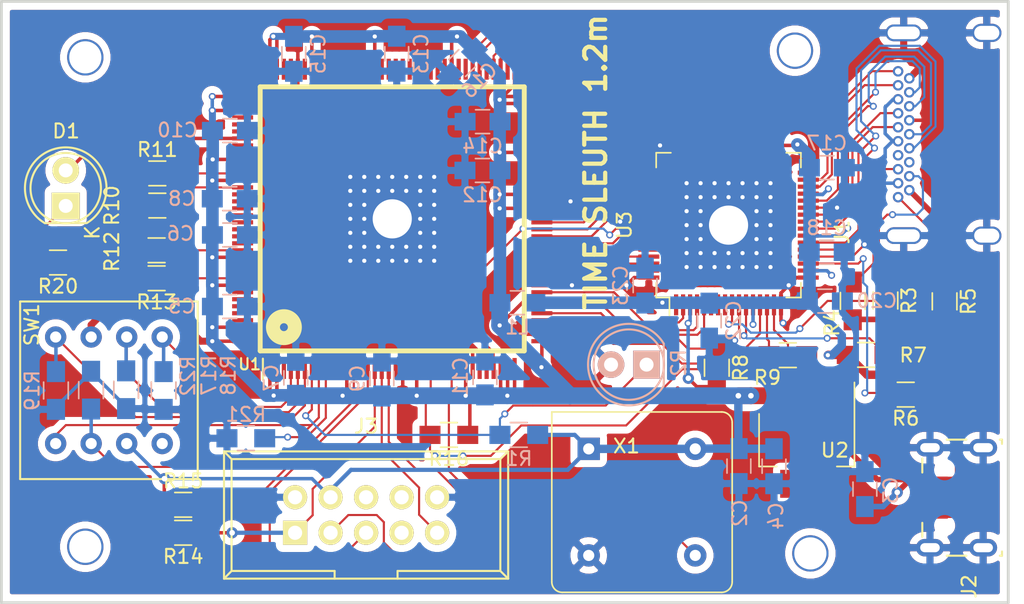
<source format=kicad_pcb>
(kicad_pcb (version 20171130) (host pcbnew "(5.1.6)-1")
  (layers (0 F.Cu signal) (31 B.Cu signal) (34 B.Paste user) (35 F.Paste user) (36 B.SilkS user) (37 F.SilkS user) (38 B.Mask user) (39 F.Mask user) (44 Edge.Cuts user))
  (net 0 "")
  (net 1 /+TMDS_CLK)
  (net 2 /-TMDS_0)
  (net 3 /+TMDS_0)
  (net 4 /-TMDS_1)
  (net 5 /+TMDS_1)
  (net 6 /-TMDS_2)
  (net 7 /+TMDS_2)
  (net 8 /-TMDS_CLK)
  (net 9 "Net-(J1-Pad13)")
  (net 10 "Net-(J1-Pad14)")
  (net 11 "Net-(J1-Pad15)")
  (net 12 "Net-(J1-Pad16)")
  (net 13 "Net-(J2-Pad3)")
  (net 14 /GND)
  (net 15 /+5)
  (net 16 "Net-(J2-Pad4)")
  (net 17 "Net-(J2-Pad2)")
  (net 18 /+3.3)
  (net 19 "Net-(U1-Pad3)")
  (net 20 "Net-(U1-Pad10)")
  (net 21 "Net-(U1-Pad14)")
  (net 22 /TMS)
  (net 23 /TCK)
  (net 24 /TDI)
  (net 25 /TDO)
  (net 26 "Net-(U1-Pad19)")
  (net 27 "Net-(U1-Pad21)")
  (net 28 "Net-(U1-Pad23)")
  (net 29 "Net-(U1-Pad25)")
  (net 30 "Net-(U1-Pad26)")
  (net 31 "Net-(U1-Pad31)")
  (net 32 "Net-(U1-Pad80)")
  (net 33 "Net-(U1-Pad81)")
  (net 34 "Net-(U1-Pad84)")
  (net 35 "Net-(U1-Pad85)")
  (net 36 "Net-(U1-Pad86)")
  (net 37 "Net-(U1-Pad87)")
  (net 38 /27CLK)
  (net 39 "Net-(U1-Pad89)")
  (net 40 "Net-(U1-Pad90)")
  (net 41 "Net-(U1-Pad91)")
  (net 42 "Net-(U1-Pad92)")
  (net 43 "Net-(U1-Pad94)")
  (net 44 "Net-(U1-Pad95)")
  (net 45 "Net-(U1-Pad97)")
  (net 46 "Net-(U1-Pad98)")
  (net 47 "Net-(U1-Pad99)")
  (net 48 "Net-(U1-Pad100)")
  (net 49 "Net-(U1-Pad101)")
  (net 50 "Net-(U1-Pad103)")
  (net 51 "Net-(U1-Pad105)")
  (net 52 "Net-(U1-Pad106)")
  (net 53 "Net-(U1-Pad112)")
  (net 54 "Net-(U1-Pad113)")
  (net 55 "Net-(U1-Pad114)")
  (net 56 "Net-(U1-Pad117)")
  (net 57 "Net-(U1-Pad123)")
  (net 58 "Net-(U1-Pad124)")
  (net 59 "Net-(U1-Pad125)")
  (net 60 "Net-(U1-Pad126)")
  (net 61 "Net-(U1-Pad127)")
  (net 62 "Net-(U1-Pad128)")
  (net 63 "Net-(U1-Pad129)")
  (net 64 "Net-(U1-Pad130)")
  (net 65 "Net-(U1-Pad134)")
  (net 66 "Net-(U1-Pad137)")
  (net 67 "Net-(U1-Pad138)")
  (net 68 "Net-(U1-Pad139)")
  (net 69 "Net-(U1-Pad140)")
  (net 70 "Net-(U1-Pad141)")
  (net 71 "Net-(J3-Pad6)")
  (net 72 "Net-(J3-Pad8)")
  (net 73 "Net-(J3-Pad7)")
  (net 74 "Net-(U1-Pad55)")
  (net 75 "Net-(U3-Pad6)")
  (net 76 "Net-(U3-Pad7)")
  (net 77 "Net-(U3-Pad8)")
  (net 78 "Net-(U3-Pad49)")
  (net 79 /HPD)
  (net 80 "Net-(R5-Pad2)")
  (net 81 "Net-(R6-Pad2)")
  (net 82 "Net-(R7-Pad1)")
  (net 83 /DE)
  (net 84 /HSYNC)
  (net 85 /VSYNC)
  (net 86 /SDA)
  (net 87 /SCL)
  (net 88 /DVI_CLK)
  (net 89 "Net-(U1-Pad88)")
  (net 90 /D23)
  (net 91 /D22)
  (net 92 /D21)
  (net 93 /D20)
  (net 94 /D19)
  (net 95 /D18)
  (net 96 /D17)
  (net 97 /D16)
  (net 98 /D15)
  (net 99 /D14)
  (net 100 /D13)
  (net 101 /D12)
  (net 102 /D11)
  (net 103 /D10)
  (net 104 /D9)
  (net 105 /D8)
  (net 106 /D7)
  (net 107 /D6)
  (net 108 /D5)
  (net 109 /D4)
  (net 110 /D3)
  (net 111 /D2)
  (net 112 /D1)
  (net 113 /D0)
  (net 114 /+3.3_DVI)
  (net 115 /SENSOR)
  (net 116 "Net-(R10-Pad2)")
  (net 117 "Net-(R11-Pad2)")
  (net 118 "Net-(R12-Pad2)")
  (net 119 "Net-(R13-Pad2)")
  (net 120 "Net-(R15-Pad2)")
  (net 121 /DVI_RST)
  (net 122 /A)
  (net 123 /C)
  (net 124 /B)
  (net 125 "Net-(D1-Pad1)")
  (net 126 "Net-(D1-Pad2)")
  (net 127 "Net-(U1-Pad28)")
  (net 128 "Net-(U1-Pad32)")
  (net 129 /D)
  (net 130 /E)
  (net 131 "Net-(SW1-Pad5)")
  (module EigeneModule:USB_Micro-ebaygebims (layer F.Cu) (at 135.255 110.49 90)
    (fp_text reference J2 (at -6.35 0.95 270) (layer F.SilkS))
    (fp_text value USB_B_Mini)
    (pad "" np_thru_hole oval (at 2 -0.8 90) (size 0.5 0.5) (drill 0.5) (layers *.Cu *.Mask))
    (pad "" np_thru_hole oval (at -2 -0.8 90) (size 0.5 0.5) (drill 0.5) (layers *.Cu *.Mask))
    (pad 6 thru_hole oval (at 3.575 1.95 90) (size 1.25 2) (drill oval 0.65 1.4) (layers *.Cu *.Mask) (net 14 /GND))
    (pad 6 thru_hole oval (at -3.575 1.95 90) (size 1.25 2) (drill oval 0.65 1.4) (layers *.Cu *.Mask) (net 14 /GND))
    (pad 6 thru_hole oval (at 3.575 -1.85 90) (size 1.25 2) (drill oval 0.65 1.4) (layers *.Cu *.Mask) (net 14 /GND))
    (pad 6 thru_hole oval (at -3.575 -1.85 90) (size 1.25 2) (drill oval 0.65 1.4) (layers *.Cu *.Mask) (net 14 /GND))
    (pad 5 smd rect (at 1.3 -1.5 90) (size 0.4 1.85) (layers F.Cu F.Paste F.Mask) (net 15 /+5))
    (pad 4 smd rect (at 0.65 -1.5 90) (size 0.4 1.85) (layers F.Cu F.Paste F.Mask) (net 16 "Net-(J2-Pad4)"))
    (pad 3 smd rect (at 0 -1.5 90) (size 0.4 1.85) (layers F.Cu F.Paste F.Mask) (net 13 "Net-(J2-Pad3)"))
    (pad 2 smd rect (at -0.65 -1.5 90) (size 0.4 1.85) (layers F.Cu F.Paste F.Mask) (net 17 "Net-(J2-Pad2)"))
    (pad 1 smd rect (at -1.3 -1.5 90) (size 0.4 1.85) (layers F.Cu F.Paste F.Mask) (net 14 /GND))
  )
  (module pads:SS-10-23NP-LE (layer F.Cu) (at 78.5 99 270)
    (fp_text reference SW1 (at -0.875 9.325 270) (layer F.SilkS))
    (fp_text value SW_Coded)
    (pad 4 thru_hole circle (at 0 0 270) (size 1.524 1.524) (drill 0.8) (layers *.Cu *.Mask) (net 122 /A))
    (pad 3 thru_hole circle (at 0 2.54 270) (size 1.524 1.524) (drill 0.8) (layers *.Cu *.Mask) (net 124 /B))
    (pad 2 thru_hole circle (at 0 5.08 270) (size 1.524 1.524) (drill 0.8) (layers *.Cu *.Mask) (net 18 /+3.3))
    (pad 1 thru_hole circle (at 0 7.62 270) (size 1.524 1.524) (drill 0.8) (layers *.Cu *.Mask) (net 123 /C))
    (pad 8 thru_hole circle (at 7.62 7.62 270) (size 1.524 1.524) (drill 0.8) (layers *.Cu *.Mask) (net 129 /D))
    (pad 7 thru_hole circle (at 7.62 5.08 270) (size 1.524 1.524) (drill 0.8) (layers *.Cu *.Mask) (net 130 /E))
    (pad 6 thru_hole circle (at 7.62 2.54 270) (size 1.524 1.524) (drill 0.8) (layers *.Cu *.Mask) (net 18 /+3.3))
    (pad 5 thru_hole circle (at 7.62 0 270) (size 1.524 1.524) (drill 0.8) (layers *.Cu *.Mask) (net 131 "Net-(SW1-Pad5)"))
  )
  (module Housings_QFP:TQFP-64_1EP_10x10mm_Pitch0.5mm (layer F.Cu) (at 119 91 90)
    (fp_text reference U3 (at 0 -7.45 90) (layer F.SilkS))
    (fp_text value TFP410PAP hide)
    (pad 65 thru_hole circle (at 0 0 90) (size 3.2 3.2) (drill 2.8) (layers *.Cu *.Mask) (net 14 /GND))
    (pad 65 thru_hole circle (at 3 -3 90) (size 0.5 0.5) (drill 0.3) (layers *.Cu *.Mask) (net 14 /GND))
    (pad 65 smd rect (at 0 0 270) (size 8 8) (layers F.Cu F.Paste F.Mask) (net 14 /GND))
    (pad 64 smd rect (at -3.75 -5.7 180) (size 1.5 0.3) (layers F.Cu F.Paste F.Mask) (net 14 /GND))
    (pad 63 smd rect (at -3.25 -5.7 180) (size 1.5 0.3) (layers F.Cu F.Paste F.Mask) (net 113 /D0))
    (pad 62 smd rect (at -2.75 -5.7 180) (size 1.5 0.3) (layers F.Cu F.Paste F.Mask) (net 112 /D1))
    (pad 61 smd rect (at -2.25 -5.7 180) (size 1.5 0.3) (layers F.Cu F.Paste F.Mask) (net 111 /D2))
    (pad 60 smd rect (at -1.75 -5.7 180) (size 1.5 0.3) (layers F.Cu F.Paste F.Mask) (net 110 /D3))
    (pad 59 smd rect (at -1.25 -5.7 180) (size 1.5 0.3) (layers F.Cu F.Paste F.Mask) (net 109 /D4))
    (pad 58 smd rect (at -0.75 -5.7 180) (size 1.5 0.3) (layers F.Cu F.Paste F.Mask) (net 108 /D5))
    (pad 57 smd rect (at -0.25 -5.7 180) (size 1.5 0.3) (layers F.Cu F.Paste F.Mask) (net 88 /DVI_CLK))
    (pad 56 smd rect (at 0.25 -5.7 180) (size 1.5 0.3) (layers F.Cu F.Paste F.Mask) (net 14 /GND))
    (pad 55 smd rect (at 0.75 -5.7 180) (size 1.5 0.3) (layers F.Cu F.Paste F.Mask) (net 107 /D6))
    (pad 54 smd rect (at 1.25 -5.7 180) (size 1.5 0.3) (layers F.Cu F.Paste F.Mask) (net 106 /D7))
    (pad 53 smd rect (at 1.75 -5.7 180) (size 1.5 0.3) (layers F.Cu F.Paste F.Mask) (net 105 /D8))
    (pad 52 smd rect (at 2.25 -5.7 180) (size 1.5 0.3) (layers F.Cu F.Paste F.Mask) (net 104 /D9))
    (pad 51 smd rect (at 2.75 -5.7 180) (size 1.5 0.3) (layers F.Cu F.Paste F.Mask) (net 103 /D10))
    (pad 50 smd rect (at 3.25 -5.7 180) (size 1.5 0.3) (layers F.Cu F.Paste F.Mask) (net 102 /D11))
    (pad 49 smd rect (at 3.75 -5.7 180) (size 1.5 0.3) (layers F.Cu F.Paste F.Mask) (net 78 "Net-(U3-Pad49)"))
    (pad 48 smd rect (at 5.7 -3.75 90) (size 1.5 0.3) (layers F.Cu F.Paste F.Mask) (net 14 /GND))
    (pad 47 smd rect (at 5.7 -3.25 90) (size 1.5 0.3) (layers F.Cu F.Paste F.Mask) (net 101 /D12))
    (pad 46 smd rect (at 5.7 -2.75 90) (size 1.5 0.3) (layers F.Cu F.Paste F.Mask) (net 100 /D13))
    (pad 45 smd rect (at 5.7 -2.25 90) (size 1.5 0.3) (layers F.Cu F.Paste F.Mask) (net 99 /D14))
    (pad 44 smd rect (at 5.7 -1.75 90) (size 1.5 0.3) (layers F.Cu F.Paste F.Mask) (net 98 /D15))
    (pad 43 smd rect (at 5.7 -1.25 90) (size 1.5 0.3) (layers F.Cu F.Paste F.Mask) (net 97 /D16))
    (pad 42 smd rect (at 5.7 -0.75 90) (size 1.5 0.3) (layers F.Cu F.Paste F.Mask) (net 96 /D17))
    (pad 41 smd rect (at 5.7 -0.25 90) (size 1.5 0.3) (layers F.Cu F.Paste F.Mask) (net 95 /D18))
    (pad 40 smd rect (at 5.7 0.25 90) (size 1.5 0.3) (layers F.Cu F.Paste F.Mask) (net 94 /D19))
    (pad 39 smd rect (at 5.7 0.75 90) (size 1.5 0.3) (layers F.Cu F.Paste F.Mask) (net 93 /D20))
    (pad 38 smd rect (at 5.7 1.25 90) (size 1.5 0.3) (layers F.Cu F.Paste F.Mask) (net 92 /D21))
    (pad 37 smd rect (at 5.7 1.75 90) (size 1.5 0.3) (layers F.Cu F.Paste F.Mask) (net 91 /D22))
    (pad 36 smd rect (at 5.7 2.25 90) (size 1.5 0.3) (layers F.Cu F.Paste F.Mask) (net 90 /D23))
    (pad 35 smd rect (at 5.7 2.75 90) (size 1.5 0.3) (layers F.Cu F.Paste F.Mask) (net 14 /GND))
    (pad 34 smd rect (at 5.7 3.25 90) (size 1.5 0.3) (layers F.Cu F.Paste F.Mask) (net 14 /GND))
    (pad 33 smd rect (at 5.7 3.75 90) (size 1.5 0.3) (layers F.Cu F.Paste F.Mask) (net 114 /+3.3_DVI))
    (pad 32 smd rect (at 3.75 5.7 180) (size 1.5 0.3) (layers F.Cu F.Paste F.Mask) (net 14 /GND))
    (pad 31 smd rect (at 3.25 5.7 180) (size 1.5 0.3) (layers F.Cu F.Paste F.Mask) (net 7 /+TMDS_2))
    (pad 30 smd rect (at 2.75 5.7 180) (size 1.5 0.3) (layers F.Cu F.Paste F.Mask) (net 6 /-TMDS_2))
    (pad 29 smd rect (at 2.25 5.7 180) (size 1.5 0.3) (layers F.Cu F.Paste F.Mask) (net 114 /+3.3_DVI))
    (pad 28 smd rect (at 1.75 5.7 180) (size 1.5 0.3) (layers F.Cu F.Paste F.Mask) (net 5 /+TMDS_1))
    (pad 27 smd rect (at 1.25 5.7 180) (size 1.5 0.3) (layers F.Cu F.Paste F.Mask) (net 4 /-TMDS_1))
    (pad 26 smd rect (at 0.75 5.7 180) (size 1.5 0.3) (layers F.Cu F.Paste F.Mask) (net 14 /GND))
    (pad 25 smd rect (at 0.25 5.7 180) (size 1.5 0.3) (layers F.Cu F.Paste F.Mask) (net 3 /+TMDS_0))
    (pad 24 smd rect (at -0.25 5.7 180) (size 1.5 0.3) (layers F.Cu F.Paste F.Mask) (net 2 /-TMDS_0))
    (pad 23 smd rect (at -0.75 5.7 180) (size 1.5 0.3) (layers F.Cu F.Paste F.Mask) (net 114 /+3.3_DVI))
    (pad 22 smd rect (at -1.25 5.7 180) (size 1.5 0.3) (layers F.Cu F.Paste F.Mask) (net 1 /+TMDS_CLK))
    (pad 21 smd rect (at -1.75 5.7 180) (size 1.5 0.3) (layers F.Cu F.Paste F.Mask) (net 8 /-TMDS_CLK))
    (pad 20 smd rect (at -2.25 5.7 180) (size 1.5 0.3) (layers F.Cu F.Paste F.Mask) (net 14 /GND))
    (pad 19 smd rect (at -2.75 5.7 180) (size 1.5 0.3) (layers F.Cu F.Paste F.Mask) (net 81 "Net-(R6-Pad2)"))
    (pad 18 smd rect (at -3.25 5.7 180) (size 1.5 0.3) (layers F.Cu F.Paste F.Mask) (net 114 /+3.3_DVI))
    (pad 17 smd rect (at -3.75 5.7 180) (size 1.5 0.3) (layers F.Cu F.Paste F.Mask) (net 14 /GND))
    (pad 16 smd rect (at -5.7 3.75 90) (size 1.5 0.3) (layers F.Cu F.Paste F.Mask) (net 14 /GND))
    (pad 15 smd rect (at -5.7 3.25 90) (size 1.5 0.3) (layers F.Cu F.Paste F.Mask) (net 87 /SCL))
    (pad 14 smd rect (at -5.7 2.75 90) (size 1.5 0.3) (layers F.Cu F.Paste F.Mask) (net 86 /SDA))
    (pad 13 smd rect (at -5.7 2.25 90) (size 1.5 0.3) (layers F.Cu F.Paste F.Mask) (net 121 /DVI_RST))
    (pad 12 smd rect (at -5.7 1.75 90) (size 1.5 0.3) (layers F.Cu F.Paste F.Mask) (net 114 /+3.3_DVI))
    (pad 11 smd rect (at -5.7 1.25 90) (size 1.5 0.3) (layers F.Cu F.Paste F.Mask) (net 82 "Net-(R7-Pad1)"))
    (pad 10 smd rect (at -5.7 0.75 90) (size 1.5 0.3) (layers F.Cu F.Paste F.Mask) (net 14 /GND))
    (pad 9 smd rect (at -5.7 0.25 90) (size 1.5 0.3) (layers F.Cu F.Paste F.Mask) (net 80 "Net-(R5-Pad2)"))
    (pad 8 smd rect (at -5.7 -0.25 90) (size 1.5 0.3) (layers F.Cu F.Paste F.Mask) (net 77 "Net-(U3-Pad8)"))
    (pad 7 smd rect (at -5.7 -0.75 90) (size 1.5 0.3) (layers F.Cu F.Paste F.Mask) (net 76 "Net-(U3-Pad7)"))
    (pad 6 smd rect (at -5.7 -1.25 90) (size 1.5 0.3) (layers F.Cu F.Paste F.Mask) (net 75 "Net-(U3-Pad6)"))
    (pad 5 smd rect (at -5.7 -1.75 90) (size 1.5 0.3) (layers F.Cu F.Paste F.Mask) (net 85 /VSYNC))
    (pad 4 smd rect (at -5.7 -2.25 90) (size 1.5 0.3) (layers F.Cu F.Paste F.Mask) (net 84 /HSYNC))
    (pad 3 smd rect (at -5.7 -2.75 90) (size 1.5 0.3) (layers F.Cu F.Paste F.Mask) (net 114 /+3.3_DVI))
    (pad 2 smd rect (at -5.7 -3.25 90) (size 1.5 0.3) (layers F.Cu F.Paste F.Mask) (net 83 /DE))
    (pad 1 smd rect (at -5.7 -3.75 90) (size 1.5 0.3) (layers F.Cu F.Paste F.Mask) (net 114 /+3.3_DVI))
    (pad 65 thru_hole circle (at 3 -2 90) (size 0.5 0.5) (drill 0.3) (layers *.Cu *.Mask) (net 14 /GND))
    (pad 65 thru_hole circle (at 3 -1 90) (size 0.5 0.5) (drill 0.3) (layers *.Cu *.Mask) (net 14 /GND))
    (pad 65 thru_hole circle (at 3 0 90) (size 0.5 0.5) (drill 0.3) (layers *.Cu *.Mask) (net 14 /GND))
    (pad 65 thru_hole circle (at 3 1 90) (size 0.5 0.5) (drill 0.3) (layers *.Cu *.Mask) (net 14 /GND))
    (pad 65 thru_hole circle (at 3 2 90) (size 0.5 0.5) (drill 0.3) (layers *.Cu *.Mask) (net 14 /GND))
    (pad 65 thru_hole circle (at 3 3 90) (size 0.5 0.5) (drill 0.3) (layers *.Cu *.Mask) (net 14 /GND))
    (pad 65 thru_hole circle (at 2 3 90) (size 0.5 0.5) (drill 0.3) (layers *.Cu *.Mask) (net 14 /GND))
    (pad 65 thru_hole circle (at 1 3 90) (size 0.5 0.5) (drill 0.3) (layers *.Cu *.Mask) (net 14 /GND))
    (pad 65 thru_hole circle (at 0 3 90) (size 0.5 0.5) (drill 0.3) (layers *.Cu *.Mask) (net 14 /GND))
    (pad 65 thru_hole circle (at -1 3 90) (size 0.5 0.5) (drill 0.3) (layers *.Cu *.Mask) (net 14 /GND))
    (pad 65 thru_hole circle (at -2 3 90) (size 0.5 0.5) (drill 0.3) (layers *.Cu *.Mask) (net 14 /GND))
    (pad 65 thru_hole circle (at -3 3 90) (size 0.5 0.5) (drill 0.3) (layers *.Cu *.Mask) (net 14 /GND))
    (pad 65 thru_hole circle (at -3 2 90) (size 0.5 0.5) (drill 0.3) (layers *.Cu *.Mask) (net 14 /GND))
    (pad 65 thru_hole circle (at -2 2 90) (size 0.5 0.5) (drill 0.3) (layers *.Cu *.Mask) (net 14 /GND))
    (pad 65 thru_hole circle (at -1 2 90) (size 0.5 0.5) (drill 0.3) (layers *.Cu *.Mask) (net 14 /GND))
    (pad 65 thru_hole circle (at 0 2 90) (size 0.5 0.5) (drill 0.3) (layers *.Cu *.Mask) (net 14 /GND))
    (pad 65 thru_hole circle (at 1 2 90) (size 0.5 0.5) (drill 0.3) (layers *.Cu *.Mask) (net 14 /GND))
    (pad 65 thru_hole circle (at 2 2 90) (size 0.5 0.5) (drill 0.3) (layers *.Cu *.Mask) (net 14 /GND))
    (pad 65 thru_hole circle (at 2 1 90) (size 0.5 0.5) (drill 0.3) (layers *.Cu *.Mask) (net 14 /GND))
    (pad 65 thru_hole circle (at 2 0 90) (size 0.5 0.5) (drill 0.3) (layers *.Cu *.Mask) (net 14 /GND))
    (pad 65 thru_hole circle (at 2 -1 90) (size 0.5 0.5) (drill 0.3) (layers *.Cu *.Mask) (net 14 /GND))
    (pad 65 thru_hole circle (at 2 -2 90) (size 0.5 0.5) (drill 0.3) (layers *.Cu *.Mask) (net 14 /GND))
    (pad 65 thru_hole circle (at 2 -3 90) (size 0.5 0.5) (drill 0.3) (layers *.Cu *.Mask) (net 14 /GND))
    (pad 65 thru_hole circle (at 1 -3 90) (size 0.5 0.5) (drill 0.3) (layers *.Cu *.Mask) (net 14 /GND))
    (pad 65 thru_hole circle (at 0 -3 90) (size 0.5 0.5) (drill 0.3) (layers *.Cu *.Mask) (net 14 /GND))
    (pad 65 thru_hole circle (at -1 -3 90) (size 0.5 0.5) (drill 0.3) (layers *.Cu *.Mask) (net 14 /GND))
    (pad 65 thru_hole circle (at -2 -3 90) (size 0.5 0.5) (drill 0.3) (layers *.Cu *.Mask) (net 14 /GND))
    (pad 65 thru_hole circle (at -3 -3 90) (size 0.5 0.5) (drill 0.3) (layers *.Cu *.Mask) (net 14 /GND))
    (pad 65 thru_hole circle (at -3 -2 90) (size 0.5 0.5) (drill 0.3) (layers *.Cu *.Mask) (net 14 /GND))
    (pad 65 thru_hole circle (at -3 -1 90) (size 0.5 0.5) (drill 0.3) (layers *.Cu *.Mask) (net 14 /GND))
    (pad 65 thru_hole circle (at -3 0 90) (size 0.5 0.5) (drill 0.3) (layers *.Cu *.Mask) (net 14 /GND))
    (pad 65 thru_hole circle (at -3 1 90) (size 0.5 0.5) (drill 0.3) (layers *.Cu *.Mask) (net 14 /GND))
    (pad 65 thru_hole circle (at -2 1 90) (size 0.5 0.5) (drill 0.3) (layers *.Cu *.Mask) (net 14 /GND))
    (pad 65 thru_hole circle (at -2 0 90) (size 0.5 0.5) (drill 0.3) (layers *.Cu *.Mask) (net 14 /GND))
    (pad 65 thru_hole circle (at -2 -1 90) (size 0.5 0.5) (drill 0.3) (layers *.Cu *.Mask) (net 14 /GND))
    (pad 65 thru_hole circle (at -2 -2 90) (size 0.5 0.5) (drill 0.3) (layers *.Cu *.Mask) (net 14 /GND))
    (pad 65 thru_hole circle (at -1 -2 90) (size 0.5 0.5) (drill 0.3) (layers *.Cu *.Mask) (net 14 /GND))
    (pad 65 thru_hole circle (at 0 -2 90) (size 0.5 0.5) (drill 0.3) (layers *.Cu *.Mask) (net 14 /GND))
    (pad 65 thru_hole circle (at 1 -2 90) (size 0.5 0.5) (drill 0.3) (layers *.Cu *.Mask) (net 14 /GND))
  )
  (module pads:HDMI_THRU (layer F.Cu) (at 131.125 84.5 90)
    (fp_text reference J1 (at -7 -4 90) (layer F.SilkS))
    (fp_text value HDMI_A)
    (pad 1 thru_hole circle (at 4.5 0 90) (size 0.75 0.75) (drill 0.45) (layers *.Cu *.Mask) (net 7 /+TMDS_2))
    (pad 3 thru_hole circle (at 3.5 0 90) (size 0.75 0.75) (drill 0.45) (layers *.Cu *.Mask) (net 6 /-TMDS_2))
    (pad 5 thru_hole circle (at 2.5 0 90) (size 0.75 0.75) (drill 0.45) (layers *.Cu *.Mask) (net 14 /GND))
    (pad 7 thru_hole circle (at 1.5 0 90) (size 0.75 0.75) (drill 0.45) (layers *.Cu *.Mask) (net 3 /+TMDS_0))
    (pad 9 thru_hole circle (at 0.5 0 90) (size 0.75 0.75) (drill 0.45) (layers *.Cu *.Mask) (net 2 /-TMDS_0))
    (pad 11 thru_hole circle (at -0.5 0 90) (size 0.75 0.75) (drill 0.45) (layers *.Cu *.Mask) (net 14 /GND))
    (pad 13 thru_hole circle (at -1.5 0 90) (size 0.75 0.75) (drill 0.45) (layers *.Cu *.Mask) (net 9 "Net-(J1-Pad13)"))
    (pad 15 thru_hole circle (at -2.5 0 90) (size 0.75 0.75) (drill 0.45) (layers *.Cu *.Mask) (net 11 "Net-(J1-Pad15)"))
    (pad 17 thru_hole circle (at -3.5 0 90) (size 0.75 0.75) (drill 0.45) (layers *.Cu *.Mask) (net 14 /GND))
    (pad 19 thru_hole circle (at -4.5 0 90) (size 0.75 0.75) (drill 0.45) (layers *.Cu *.Mask) (net 79 /HPD))
    (pad 2 thru_hole circle (at 4 0.8 90) (size 0.75 0.75) (drill 0.45) (layers *.Cu *.Mask) (net 14 /GND))
    (pad 4 thru_hole circle (at 3 0.8 90) (size 0.75 0.75) (drill 0.45) (layers *.Cu *.Mask) (net 5 /+TMDS_1))
    (pad 6 thru_hole circle (at 2 0.8 90) (size 0.75 0.75) (drill 0.45) (layers *.Cu *.Mask) (net 4 /-TMDS_1))
    (pad 8 thru_hole circle (at 1 0.8 90) (size 0.75 0.75) (drill 0.45) (layers *.Cu *.Mask) (net 14 /GND))
    (pad 10 thru_hole circle (at 0 0.8 90) (size 0.75 0.75) (drill 0.45) (layers *.Cu *.Mask) (net 1 /+TMDS_CLK))
    (pad 12 thru_hole circle (at -1 0.8 90) (size 0.75 0.75) (drill 0.45) (layers *.Cu *.Mask) (net 8 /-TMDS_CLK))
    (pad 14 thru_hole circle (at -2 0.8 90) (size 0.75 0.75) (drill 0.45) (layers *.Cu *.Mask) (net 10 "Net-(J1-Pad14)"))
    (pad 16 thru_hole circle (at -3 0.8 90) (size 0.75 0.75) (drill 0.45) (layers *.Cu *.Mask) (net 12 "Net-(J1-Pad16)"))
    (pad 18 thru_hole circle (at -4 0.8 90) (size 0.75 0.75) (drill 0.45) (layers *.Cu *.Mask) (net 15 /+5))
    (pad SH thru_hole oval (at 7.25 0.4 90) (size 1.2 2.6) (drill oval 0.9 2.3) (layers *.Cu *.Mask) (net 14 /GND))
    (pad SH thru_hole oval (at -7.25 0.4 90) (size 1.2 2.6) (drill oval 0.9 2.3) (layers *.Cu *.Mask) (net 14 /GND))
    (pad SH thru_hole oval (at 7.25 6.34 90) (size 1.3 2.1) (drill oval 1 1.8) (layers *.Cu *.Mask) (net 14 /GND))
    (pad SH thru_hole oval (at -7.25 6.34 90) (size 1.3 2.1) (drill oval 1 1.8) (layers *.Cu *.Mask) (net 14 /GND))
  )
  (module Capacitors_SMD:C_0805_HandSoldering (layer B.Cu) (at 126.02 92.94 180)
    (fp_text reference C18 (at 0 1.75 180) (layer B.SilkS) (effects (justify mirror)))
    (fp_text value .1u)
    (pad 2 smd rect (at 1.25 0 180) (size 1.5 1.25) (layers B.Cu B.Paste B.Mask) (net 114 /+3.3_DVI))
    (pad 1 smd rect (at -1.25 0 180) (size 1.5 1.25) (layers B.Cu B.Paste B.Mask) (net 14 /GND))
  )
  (module Resistors_SMD:R_0805_HandSoldering (layer F.Cu) (at 78.1 94.8)
    (fp_text reference R13 (at 0 1.7) (layer F.SilkS))
    (fp_text value 10K)
    (pad 1 smd rect (at -1.35 0) (size 1.5 1.3) (layers F.Cu F.Paste F.Mask) (net 18 /+3.3))
    (pad 2 smd rect (at 1.35 0) (size 1.5 1.3) (layers F.Cu F.Paste F.Mask) (net 119 "Net-(R13-Pad2)"))
  )
  (module Resistors_SMD:R_0805_HandSoldering (layer F.Cu) (at 78.1 92.8)
    (fp_text reference R12 (at -3.2 0.1 90) (layer F.SilkS))
    (fp_text value 10K)
    (pad 2 smd rect (at 1.35 0) (size 1.5 1.3) (layers F.Cu F.Paste F.Mask) (net 118 "Net-(R12-Pad2)"))
    (pad 1 smd rect (at -1.35 0) (size 1.5 1.3) (layers F.Cu F.Paste F.Mask) (net 18 /+3.3))
  )
  (module Capacitors_SMD:C_0805_HandSoldering (layer B.Cu) (at 103.9 96.55)
    (fp_text reference L1 (at 0 1.75) (layer B.SilkS) (effects (justify mirror)))
    (fp_text value INDUCTOR hide)
    (pad 2 smd rect (at 1.25 0) (size 1.5 1.25) (layers B.Cu B.Paste B.Mask) (net 114 /+3.3_DVI))
    (pad 1 smd rect (at -1.25 0) (size 1.5 1.25) (layers B.Cu B.Paste B.Mask) (net 18 /+3.3))
  )
  (module Resistors_SMD:R_0805_HandSoldering (layer B.Cu) (at 75.92 102.77 270)
    (fp_text reference R17 (at -1.03 -5.92 270) (layer B.SilkS) (effects (justify mirror)))
    (fp_text value 10K)
    (pad 1 smd rect (at -1.35 0 270) (size 1.5 1.3) (layers B.Cu B.Paste B.Mask) (net 124 /B))
    (pad 2 smd rect (at 1.35 0 270) (size 1.5 1.3) (layers B.Cu B.Paste B.Mask) (net 14 /GND))
  )
  (module Resistors_SMD:R_0805_HandSoldering (layer B.Cu) (at 78.6 102.825 90)
    (fp_text reference R18 (at 1.085 4.63 90) (layer B.SilkS) (effects (justify mirror)))
    (fp_text value 10K)
    (pad 2 smd rect (at 1.35 0 90) (size 1.5 1.3) (layers B.Cu B.Paste B.Mask) (net 122 /A))
    (pad 1 smd rect (at -1.35 0 90) (size 1.5 1.3) (layers B.Cu B.Paste B.Mask) (net 14 /GND))
  )
  (module Capacitors_SMD:C_0805_HandSoldering (layer B.Cu) (at 126.03 86.89 180)
    (fp_text reference C17 (at 0 1.75 180) (layer B.SilkS) (effects (justify mirror)))
    (fp_text value .1u)
    (pad 1 smd rect (at -1.25 0 180) (size 1.5 1.25) (layers B.Cu B.Paste B.Mask) (net 14 /GND))
    (pad 2 smd rect (at 1.25 0 180) (size 1.5 1.25) (layers B.Cu B.Paste B.Mask) (net 114 /+3.3_DVI))
  )
  (module Resistors_SMD:R_0805_HandSoldering (layer F.Cu) (at 78.15 87.3)
    (fp_text reference R11 (at 0 -1.7) (layer F.SilkS))
    (fp_text value 10K)
    (pad 2 smd rect (at 1.35 0) (size 1.5 1.3) (layers F.Cu F.Paste F.Mask) (net 117 "Net-(R11-Pad2)"))
    (pad 1 smd rect (at -1.35 0) (size 1.5 1.3) (layers F.Cu F.Paste F.Mask) (net 14 /GND))
  )
  (module Capacitors_SMD:C_0805_HandSoldering (layer B.Cu) (at 125.89 96.43 180)
    (fp_text reference C20 (at -3.71 0.03 180) (layer B.SilkS) (effects (justify mirror)))
    (fp_text value .1u)
    (pad 1 smd rect (at -1.25 0 180) (size 1.5 1.25) (layers B.Cu B.Paste B.Mask) (net 14 /GND))
    (pad 2 smd rect (at 1.25 0 180) (size 1.5 1.25) (layers B.Cu B.Paste B.Mask) (net 114 /+3.3_DVI))
  )
  (module Capacitors_SMD:C_0805_HandSoldering (layer B.Cu) (at 113.03 95.32 270)
    (fp_text reference C23 (at 0 1.75 270) (layer B.SilkS) (effects (justify mirror)))
    (fp_text value 10u)
    (pad 2 smd rect (at 1.25 0 270) (size 1.5 1.25) (layers B.Cu B.Paste B.Mask) (net 114 /+3.3_DVI))
    (pad 1 smd rect (at -1.25 0 270) (size 1.5 1.25) (layers B.Cu B.Paste B.Mask) (net 14 /GND))
  )
  (module Resistors_SMD:R_0805_HandSoldering (layer F.Cu) (at 78.15 89.6)
    (fp_text reference R10 (at -3.25 0 90) (layer F.SilkS))
    (fp_text value 10K)
    (pad 1 smd rect (at -1.35 0) (size 1.5 1.3) (layers F.Cu F.Paste F.Mask) (net 18 /+3.3))
    (pad 2 smd rect (at 1.35 0) (size 1.5 1.3) (layers F.Cu F.Paste F.Mask) (net 116 "Net-(R10-Pad2)"))
  )
  (module Resistors_SMD:R_0805_HandSoldering (layer F.Cu) (at 99 106 180)
    (fp_text reference R16 (at 0 -1.7 180) (layer F.SilkS))
    (fp_text value 2.2K)
    (pad 1 smd rect (at -1.35 0 180) (size 1.5 1.3) (layers F.Cu F.Paste F.Mask) (net 18 /+3.3))
    (pad 2 smd rect (at 1.35 0 180) (size 1.5 1.3) (layers F.Cu F.Paste F.Mask) (net 87 /SCL))
  )
  (module Resistors_SMD:R_0805_HandSoldering (layer B.Cu) (at 104 106)
    (fp_text reference R1 (at 0 1.7) (layer B.SilkS) (effects (justify mirror)))
    (fp_text value 150)
    (pad 1 smd rect (at -1.35 0) (size 1.5 1.3) (layers B.Cu B.Paste B.Mask) (net 115 /SENSOR))
    (pad 2 smd rect (at 1.35 0) (size 1.5 1.3) (layers B.Cu B.Paste B.Mask) (net 18 /+3.3))
  )
  (module Resistors_SMD:R_0805_HandSoldering (layer B.Cu) (at 70.9 102.825 270)
    (fp_text reference R19 (at 0 1.7 270) (layer B.SilkS) (effects (justify mirror)))
    (fp_text value 10K)
    (pad 1 smd rect (at -1.35 0 270) (size 1.5 1.3) (layers B.Cu B.Paste B.Mask) (net 123 /C))
    (pad 2 smd rect (at 1.35 0 270) (size 1.5 1.3) (layers B.Cu B.Paste B.Mask) (net 14 /GND))
  )
  (module Capacitors_SMD:C_0805_HandSoldering (layer B.Cu) (at 117.62 97.83 90)
    (fp_text reference C22 (at 0 1.75 90) (layer B.SilkS) (effects (justify mirror)))
    (fp_text value .1u)
    (pad 1 smd rect (at -1.25 0 90) (size 1.5 1.25) (layers B.Cu B.Paste B.Mask) (net 14 /GND))
    (pad 2 smd rect (at 1.25 0 90) (size 1.5 1.25) (layers B.Cu B.Paste B.Mask) (net 114 /+3.3_DVI))
  )
  (module Resistors_SMD:R_0805_HandSoldering (layer F.Cu) (at 71.05 93.675 180)
    (fp_text reference R20 (at 0 -1.7 180) (layer F.SilkS))
    (fp_text value 1K)
    (pad 1 smd rect (at -1.35 0 180) (size 1.5 1.3) (layers F.Cu F.Paste F.Mask) (net 14 /GND))
    (pad 2 smd rect (at 1.35 0 180) (size 1.5 1.3) (layers F.Cu F.Paste F.Mask) (net 125 "Net-(D1-Pad1)"))
  )
  (module LEDs:LED-5MM (layer B.Cu) (at 113.1376 100.975308 180)
    (fp_text reference R2 (at -2.2874 0.125308 270) (layer B.SilkS) (effects (justify mirror)))
    (fp_text value R_PHOTO hide)
    (pad 1 thru_hole rect (at 0 0 90) (size 2 1.9) (drill 1.00076) (layers *.Cu *.Mask B.SilkS) (net 115 /SENSOR))
    (pad 2 thru_hole circle (at 2.54 0 180) (size 1.9 1.9) (drill 1.00076) (layers *.Cu *.Mask B.SilkS) (net 14 /GND))
  )
  (module LEDs:LED-5MM (layer F.Cu) (at 71.6 89.625 90)
    (fp_text reference D1 (at 5.35 0.025 180) (layer F.SilkS))
    (fp_text value LED)
    (fp_text user K (at -1.905 1.905 90) (layer F.SilkS))
    (pad 1 thru_hole rect (at 0 0 180) (size 2 1.9) (drill 1.00076) (layers *.Cu *.Mask F.SilkS) (net 125 "Net-(D1-Pad1)"))
    (pad 2 thru_hole circle (at 2.54 0 90) (size 1.9 1.9) (drill 1.00076) (layers *.Cu *.Mask F.SilkS) (net 126 "Net-(D1-Pad2)"))
  )
  (module Capacitors_SMD:C_0805_HandSoldering (layer B.Cu) (at 94.21 101.97 270)
    (fp_text reference C9 (at 0 1.75 270) (layer B.SilkS) (effects (justify mirror)))
    (fp_text value .1u)
    (pad 2 smd rect (at 1.25 0 270) (size 1.5 1.25) (layers B.Cu B.Paste B.Mask) (net 18 /+3.3))
    (pad 1 smd rect (at -1.25 0 270) (size 1.5 1.25) (layers B.Cu B.Paste B.Mask) (net 14 /GND))
  )
  (module Resistors_SMD:R_0805_HandSoldering (layer F.Cu) (at 131.67 103.12 180)
    (fp_text reference R6 (at 0 -1.7 180) (layer F.SilkS))
    (fp_text value 510)
    (pad 1 smd rect (at -1.35 0 180) (size 1.5 1.3) (layers F.Cu F.Paste F.Mask) (net 114 /+3.3_DVI))
    (pad 2 smd rect (at 1.35 0 180) (size 1.5 1.3) (layers F.Cu F.Paste F.Mask) (net 81 "Net-(R6-Pad2)"))
  )
  (module Resistors_SMD:R_0805_HandSoldering (layer F.Cu) (at 128.84 100.28 180)
    (fp_text reference R7 (at -3.36 -0.02 180) (layer F.SilkS))
    (fp_text value 5K)
    (pad 1 smd rect (at -1.35 0 180) (size 1.5 1.3) (layers F.Cu F.Paste F.Mask) (net 82 "Net-(R7-Pad1)"))
    (pad 2 smd rect (at 1.35 0 180) (size 1.5 1.3) (layers F.Cu F.Paste F.Mask) (net 114 /+3.3_DVI))
  )
  (module Resistors_SMD:R_0805_HandSoldering (layer F.Cu) (at 134.45 96.45 270)
    (fp_text reference R5 (at 0 -1.7 270) (layer F.SilkS))
    (fp_text value 1k)
    (pad 2 smd rect (at 1.35 0 270) (size 1.5 1.3) (layers F.Cu F.Paste F.Mask) (net 80 "Net-(R5-Pad2)"))
    (pad 1 smd rect (at -1.35 0 270) (size 1.5 1.3) (layers F.Cu F.Paste F.Mask) (net 79 /HPD))
  )
  (module Capacitors_SMD:C_0805_HandSoldering (layer B.Cu) (at 83.33 89.11 180)
    (fp_text reference C8 (at 3.43 0.01 180) (layer B.SilkS) (effects (justify mirror)))
    (fp_text value .1u)
    (pad 1 smd rect (at -1.25 0 180) (size 1.5 1.25) (layers B.Cu B.Paste B.Mask) (net 14 /GND))
    (pad 2 smd rect (at 1.25 0 180) (size 1.5 1.25) (layers B.Cu B.Paste B.Mask) (net 18 /+3.3))
  )
  (module Resistors_SMD:R_0805_HandSoldering (layer F.Cu) (at 130.22 96.39 90)
    (fp_text reference R3 (at 0 1.68 90) (layer F.SilkS))
    (fp_text value 10K)
    (pad 2 smd rect (at 1.35 0 90) (size 1.5 1.3) (layers F.Cu F.Paste F.Mask) (net 12 "Net-(J1-Pad16)"))
    (pad 1 smd rect (at -1.35 0 90) (size 1.5 1.3) (layers F.Cu F.Paste F.Mask) (net 15 /+5))
  )
  (module Resistors_SMD:R_0805_HandSoldering (layer F.Cu) (at 127.88 96.42 90)
    (fp_text reference R4 (at -1.58 -1.48 90) (layer F.SilkS))
    (fp_text value 10K)
    (pad 1 smd rect (at -1.35 0 90) (size 1.5 1.3) (layers F.Cu F.Paste F.Mask) (net 15 /+5))
    (pad 2 smd rect (at 1.35 0 90) (size 1.5 1.3) (layers F.Cu F.Paste F.Mask) (net 11 "Net-(J1-Pad15)"))
  )
  (module Resistors_SMD:R_0805_HandSoldering (layer F.Cu) (at 118.16 101.2 270)
    (fp_text reference R8 (at 0 -1.7 270) (layer F.SilkS))
    (fp_text value 2.2K)
    (pad 2 smd rect (at 1.35 0 270) (size 1.5 1.3) (layers F.Cu F.Paste F.Mask) (net 114 /+3.3_DVI))
    (pad 1 smd rect (at -1.35 0 270) (size 1.5 1.3) (layers F.Cu F.Paste F.Mask) (net 121 /DVI_RST))
  )
  (module Resistors_SMD:R_0805_HandSoldering (layer F.Cu) (at 123.24 100.3 180)
    (fp_text reference R9 (at 1.46 -1.6 180) (layer F.SilkS))
    (fp_text value 2.2K)
    (pad 1 smd rect (at -1.35 0 180) (size 1.5 1.3) (layers F.Cu F.Paste F.Mask) (net 18 /+3.3))
    (pad 2 smd rect (at 1.35 0 180) (size 1.5 1.3) (layers F.Cu F.Paste F.Mask) (net 86 /SDA))
  )
  (module Capacitors_SMD:C_0805_HandSoldering (layer B.Cu) (at 83.339999 91.7 180)
    (fp_text reference C6 (at 3.539999 0.1 180) (layer B.SilkS) (effects (justify mirror)))
    (fp_text value .1u)
    (pad 1 smd rect (at -1.25 0 180) (size 1.5 1.25) (layers B.Cu B.Paste B.Mask) (net 14 /GND))
    (pad 2 smd rect (at 1.25 0 180) (size 1.5 1.25) (layers B.Cu B.Paste B.Mask) (net 18 /+3.3))
  )
  (module Capacitors_SMD:C_0805_HandSoldering (layer B.Cu) (at 101.58 101.89 270)
    (fp_text reference C11 (at 0 1.75 270) (layer B.SilkS) (effects (justify mirror)))
    (fp_text value .1u)
    (pad 2 smd rect (at 1.25 0 270) (size 1.5 1.25) (layers B.Cu B.Paste B.Mask) (net 18 /+3.3))
    (pad 1 smd rect (at -1.25 0 270) (size 1.5 1.25) (layers B.Cu B.Paste B.Mask) (net 14 /GND))
  )
  (module Capacitors_SMD:C_0805_HandSoldering (layer B.Cu) (at 88.05 101.92 270)
    (fp_text reference C7 (at 0 1.75 270) (layer B.SilkS) (effects (justify mirror)))
    (fp_text value .1u)
    (pad 2 smd rect (at 1.25 0 270) (size 1.5 1.25) (layers B.Cu B.Paste B.Mask) (net 18 /+3.3))
    (pad 1 smd rect (at -1.25 0 270) (size 1.5 1.25) (layers B.Cu B.Paste B.Mask) (net 14 /GND))
  )
  (module Capacitors_SMD:C_0805_HandSoldering (layer B.Cu) (at 101.4 87.09)
    (fp_text reference C12 (at 0 1.75) (layer B.SilkS) (effects (justify mirror)))
    (fp_text value .1u)
    (pad 1 smd rect (at -1.25 0) (size 1.5 1.25) (layers B.Cu B.Paste B.Mask) (net 14 /GND))
    (pad 2 smd rect (at 1.25 0) (size 1.5 1.25) (layers B.Cu B.Paste B.Mask) (net 18 /+3.3))
  )
  (module Capacitors_SMD:C_0805_HandSoldering (layer B.Cu) (at 83.34 96.82 180)
    (fp_text reference C5 (at 3.44 0.02 180) (layer B.SilkS) (effects (justify mirror)))
    (fp_text value .1u)
    (pad 2 smd rect (at 1.25 0 180) (size 1.5 1.25) (layers B.Cu B.Paste B.Mask) (net 18 /+3.3))
    (pad 1 smd rect (at -1.25 0 180) (size 1.5 1.25) (layers B.Cu B.Paste B.Mask) (net 14 /GND))
  )
  (module Capacitors_SMD:C_0805_HandSoldering (layer B.Cu) (at 122.25 108.24 90)
    (fp_text reference C2 (at -3.36 -2.45 90) (layer B.SilkS) (effects (justify mirror)))
    (fp_text value 10u)
    (pad 2 smd rect (at 1.25 0 90) (size 1.5 1.25) (layers B.Cu B.Paste B.Mask) (net 18 /+3.3))
    (pad 1 smd rect (at -1.25 0 90) (size 1.5 1.25) (layers B.Cu B.Paste B.Mask) (net 14 /GND))
  )
  (module TO_SOT_Packages_SMD:SOT-223-3Lead_TabPin2 (layer F.Cu) (at 124.592782 106.349344 270)
    (fp_text reference U2 (at 0.750656 -2.007218) (layer F.SilkS))
    (fp_text value TC1264-3.3VDBTR)
    (pad 2 smd rect (at 3.15 0 270) (size 2 3.8) (layers F.Cu F.Paste F.Mask) (net 14 /GND))
    (pad 2 smd rect (at -3.15 0 270) (size 2 1.5) (layers F.Cu F.Paste F.Mask) (net 14 /GND))
    (pad 3 smd rect (at -3.15 2.3 270) (size 2 1.5) (layers F.Cu F.Paste F.Mask) (net 18 /+3.3))
    (pad 1 smd rect (at -3.15 -2.3 270) (size 2 1.5) (layers F.Cu F.Paste F.Mask) (net 15 /+5))
  )
  (module Capacitors_SMD:C_0805_HandSoldering (layer B.Cu) (at 119.74 108.23 90)
    (fp_text reference C4 (at -3.57 2.66 90) (layer B.SilkS) (effects (justify mirror)))
    (fp_text value .1u)
    (pad 1 smd rect (at -1.25 0 90) (size 1.5 1.25) (layers B.Cu B.Paste B.Mask) (net 14 /GND))
    (pad 2 smd rect (at 1.25 0 90) (size 1.5 1.25) (layers B.Cu B.Paste B.Mask) (net 18 /+3.3))
  )
  (module Capacitors_SMD:C_0805_HandSoldering (layer B.Cu) (at 83.34 84.24 180)
    (fp_text reference C10 (at 3.74 0.04 180) (layer B.SilkS) (effects (justify mirror)))
    (fp_text value .1u)
    (pad 1 smd rect (at -1.25 0 180) (size 1.5 1.25) (layers B.Cu B.Paste B.Mask) (net 14 /GND))
    (pad 2 smd rect (at 1.25 0 180) (size 1.5 1.25) (layers B.Cu B.Paste B.Mask) (net 18 /+3.3))
  )
  (module Capacitors_SMD:C_0805_HandSoldering (layer B.Cu) (at 101.41 83.6)
    (fp_text reference C14 (at 0 1.75) (layer B.SilkS) (effects (justify mirror)))
    (fp_text value .1u)
    (pad 1 smd rect (at -1.25 0) (size 1.5 1.25) (layers B.Cu B.Paste B.Mask) (net 14 /GND))
    (pad 2 smd rect (at 1.25 0) (size 1.5 1.25) (layers B.Cu B.Paste B.Mask) (net 18 /+3.3))
  )
  (module Capacitors_SMD:C_0805_HandSoldering (layer B.Cu) (at 99.95 79.41 45)
    (fp_text reference C16 (at 0 1.75 45) (layer B.SilkS) (effects (justify mirror)))
    (fp_text value .1u)
    (pad 1 smd rect (at -1.249999 0 45) (size 1.5 1.25) (layers B.Cu B.Paste B.Mask) (net 14 /GND))
    (pad 2 smd rect (at 1.249999 0 45) (size 1.5 1.25) (layers B.Cu B.Paste B.Mask) (net 18 /+3.3))
  )
  (module Capacitors_SMD:C_0805_HandSoldering (layer B.Cu) (at 87.91 78.75 90)
    (fp_text reference C15 (at 0 1.75 90) (layer B.SilkS) (effects (justify mirror)))
    (fp_text value .1u)
    (pad 2 smd rect (at 1.25 0 90) (size 1.5 1.25) (layers B.Cu B.Paste B.Mask) (net 18 /+3.3))
    (pad 1 smd rect (at -1.25 0 90) (size 1.5 1.25) (layers B.Cu B.Paste B.Mask) (net 14 /GND))
  )
  (module Capacitors_SMD:C_0805_HandSoldering (layer B.Cu) (at 95.27 78.74 90)
    (fp_text reference C13 (at 0 1.75 90) (layer B.SilkS) (effects (justify mirror)))
    (fp_text value .1u)
    (pad 2 smd rect (at 1.25 0 90) (size 1.5 1.25) (layers B.Cu B.Paste B.Mask) (net 18 /+3.3))
    (pad 1 smd rect (at -1.25 0 90) (size 1.5 1.25) (layers B.Cu B.Paste B.Mask) (net 14 /GND))
  )
  (module Altera:altera144_wcenterpad (layer F.Cu) (at 94.95 90.55 90)
    (fp_text reference U1 (at -10.4 -10.2 180) (layer F.SilkS) (effects (font (size 0.8 0.8))))
    (fp_text value 10M02SCE144I7G)
    (pad 1 smd rect (at -10.7 -8.75 90) (size 1.5 0.3) (layers F.Cu F.Paste F.Mask) (net 18 /+3.3))
    (pad 2 smd rect (at -10.7 -8.25 90) (size 1.5 0.3) (layers F.Cu F.Paste F.Mask) (net 18 /+3.3))
    (pad 3 smd rect (at -10.7 -7.75 90) (size 1.5 0.3) (layers F.Cu F.Paste F.Mask) (net 19 "Net-(U1-Pad3)"))
    (pad 4 smd rect (at -10.7 -7.25 90) (size 1.5 0.3) (layers F.Cu F.Paste F.Mask) (net 122 /A))
    (pad 5 smd rect (at -10.7 -6.75 90) (size 1.5 0.3) (layers F.Cu F.Paste F.Mask) (net 124 /B))
    (pad 6 smd rect (at -10.7 -6.25 90) (size 1.5 0.3) (layers F.Cu F.Paste F.Mask) (net 123 /C))
    (pad 7 smd rect (at -10.7 -5.75 90) (size 1.5 0.3) (layers F.Cu F.Paste F.Mask) (net 115 /SENSOR))
    (pad 8 smd rect (at -10.7 -5.25 90) (size 1.5 0.3) (layers F.Cu F.Paste F.Mask) (net 129 /D))
    (pad 9 smd rect (at -10.7 -4.75 90) (size 1.5 0.3) (layers F.Cu F.Paste F.Mask) (net 130 /E))
    (pad 10 smd rect (at -10.7 -4.25 90) (size 1.5 0.3) (layers F.Cu F.Paste F.Mask) (net 20 "Net-(U1-Pad10)"))
    (pad 11 smd rect (at -10.7 -3.75 90) (size 1.5 0.3) (layers F.Cu F.Paste F.Mask) (net 14 /GND))
    (pad 12 smd rect (at -10.7 -3.25 90) (size 1.5 0.3) (layers F.Cu F.Paste F.Mask) (net 18 /+3.3))
    (pad 13 smd rect (at -10.7 -2.75 90) (size 1.5 0.3) (layers F.Cu F.Paste F.Mask) (net 120 "Net-(R15-Pad2)"))
    (pad 14 smd rect (at -10.7 -2.25 90) (size 1.5 0.3) (layers F.Cu F.Paste F.Mask) (net 21 "Net-(U1-Pad14)"))
    (pad 15 smd rect (at -10.7 -1.75 90) (size 1.5 0.3) (layers F.Cu F.Paste F.Mask) (net 22 /TMS))
    (pad 16 smd rect (at -10.7 -1.25 90) (size 1.5 0.3) (layers F.Cu F.Paste F.Mask) (net 23 /TCK))
    (pad 17 smd rect (at -10.7 -0.75 90) (size 1.5 0.3) (layers F.Cu F.Paste F.Mask) (net 24 /TDI))
    (pad 18 smd rect (at -10.7 -0.25 90) (size 1.5 0.3) (layers F.Cu F.Paste F.Mask) (net 25 /TDO))
    (pad 19 smd rect (at -10.7 0.25 90) (size 1.5 0.3) (layers F.Cu F.Paste F.Mask) (net 26 "Net-(U1-Pad19)"))
    (pad 20 smd rect (at -10.7 0.75 90) (size 1.5 0.3) (layers F.Cu F.Paste F.Mask) (net 14 /GND))
    (pad 21 smd rect (at -10.7 1.25 90) (size 1.5 0.3) (layers F.Cu F.Paste F.Mask) (net 27 "Net-(U1-Pad21)"))
    (pad 22 smd rect (at -10.7 1.75 90) (size 1.5 0.3) (layers F.Cu F.Paste F.Mask) (net 18 /+3.3))
    (pad 23 smd rect (at -10.7 2.25 90) (size 1.5 0.3) (layers F.Cu F.Paste F.Mask) (net 28 "Net-(U1-Pad23)"))
    (pad 24 smd rect (at -10.7 2.75 90) (size 1.5 0.3) (layers F.Cu F.Paste F.Mask) (net 87 /SCL))
    (pad 25 smd rect (at -10.7 3.25 90) (size 1.5 0.3) (layers F.Cu F.Paste F.Mask) (net 29 "Net-(U1-Pad25)"))
    (pad 26 smd rect (at -10.7 3.75 90) (size 1.5 0.3) (layers F.Cu F.Paste F.Mask) (net 30 "Net-(U1-Pad26)"))
    (pad 27 smd rect (at -10.7 4.25 90) (size 1.5 0.3) (layers F.Cu F.Paste F.Mask) (net 38 /27CLK))
    (pad 28 smd rect (at -10.7 4.75 90) (size 1.5 0.3) (layers F.Cu F.Paste F.Mask) (net 127 "Net-(U1-Pad28)"))
    (pad 29 smd rect (at -10.7 5.25 90) (size 1.5 0.3) (layers F.Cu F.Paste F.Mask) (net 18 /+3.3))
    (pad 30 smd rect (at -10.7 5.75 90) (size 1.5 0.3) (layers F.Cu F.Paste F.Mask) (net 14 /GND))
    (pad 31 smd rect (at -10.7 6.25 90) (size 1.5 0.3) (layers F.Cu F.Paste F.Mask) (net 31 "Net-(U1-Pad31)"))
    (pad 32 smd rect (at -10.7 6.75 90) (size 1.5 0.3) (layers F.Cu F.Paste F.Mask) (net 128 "Net-(U1-Pad32)"))
    (pad 33 smd rect (at -10.7 7.25 90) (size 1.5 0.3) (layers F.Cu F.Paste F.Mask) (net 88 /DVI_CLK))
    (pad 34 smd rect (at -10.7 7.75 90) (size 1.5 0.3) (layers F.Cu F.Paste F.Mask) (net 18 /+3.3))
    (pad 35 smd rect (at -10.7 8.25 90) (size 1.5 0.3) (layers F.Cu F.Paste F.Mask) (net 18 /+3.3))
    (pad 36 smd rect (at -10.7 8.75 90) (size 1.5 0.3) (layers F.Cu F.Paste F.Mask) (net 18 /+3.3))
    (pad 37 smd rect (at -8.75 10.7 90) (size 0.3 1.5) (layers F.Cu F.Paste F.Mask) (net 18 /+3.3))
    (pad 38 smd rect (at -8.25 10.7 90) (size 0.3 1.5) (layers F.Cu F.Paste F.Mask) (net 14 /GND))
    (pad 39 smd rect (at -7.75 10.7 90) (size 0.3 1.5) (layers F.Cu F.Paste F.Mask) (net 86 /SDA))
    (pad 40 smd rect (at -7.25 10.7 90) (size 0.3 1.5) (layers F.Cu F.Paste F.Mask) (net 121 /DVI_RST))
    (pad 41 smd rect (at -6.75 10.7 90) (size 0.3 1.5) (layers F.Cu F.Paste F.Mask) (net 85 /VSYNC))
    (pad 42 smd rect (at -6.25 10.7 90) (size 0.3 1.5) (layers F.Cu F.Paste F.Mask) (net 84 /HSYNC))
    (pad 43 smd rect (at -5.75 10.7 90) (size 0.3 1.5) (layers F.Cu F.Paste F.Mask) (net 18 /+3.3))
    (pad 44 smd rect (at -5.25 10.7 90) (size 0.3 1.5) (layers F.Cu F.Paste F.Mask) (net 83 /DE))
    (pad 45 smd rect (at -4.75 10.7 90) (size 0.3 1.5) (layers F.Cu F.Paste F.Mask) (net 14 /GND))
    (pad 46 smd rect (at -4.25 10.7 90) (size 0.3 1.5) (layers F.Cu F.Paste F.Mask) (net 113 /D0))
    (pad 47 smd rect (at -3.75 10.7 90) (size 0.3 1.5) (layers F.Cu F.Paste F.Mask) (net 112 /D1))
    (pad 48 smd rect (at -3.25 10.7 90) (size 0.3 1.5) (layers F.Cu F.Paste F.Mask) (net 111 /D2))
    (pad 49 smd rect (at -2.75 10.7 90) (size 0.3 1.5) (layers F.Cu F.Paste F.Mask) (net 110 /D3))
    (pad 50 smd rect (at -2.25 10.7 90) (size 0.3 1.5) (layers F.Cu F.Paste F.Mask) (net 109 /D4))
    (pad 51 smd rect (at -1.75 10.7 90) (size 0.3 1.5) (layers F.Cu F.Paste F.Mask) (net 108 /D5))
    (pad 52 smd rect (at -1.25 10.7 90) (size 0.3 1.5) (layers F.Cu F.Paste F.Mask) (net 107 /D6))
    (pad 53 smd rect (at -0.75 10.7 90) (size 0.3 1.5) (layers F.Cu F.Paste F.Mask) (net 106 /D7))
    (pad 54 smd rect (at -0.25 10.7 90) (size 0.3 1.5) (layers F.Cu F.Paste F.Mask) (net 105 /D8))
    (pad 55 smd rect (at 0.25 10.7 90) (size 0.3 1.5) (layers F.Cu F.Paste F.Mask) (net 74 "Net-(U1-Pad55)"))
    (pad 56 smd rect (at 0.75 10.7 90) (size 0.3 1.5) (layers F.Cu F.Paste F.Mask) (net 18 /+3.3))
    (pad 57 smd rect (at 1.25 10.7 90) (size 0.3 1.5) (layers F.Cu F.Paste F.Mask) (net 14 /GND))
    (pad 58 smd rect (at 1.75 10.7 90) (size 0.3 1.5) (layers F.Cu F.Paste F.Mask) (net 18 /+3.3))
    (pad 59 smd rect (at 2.25 10.7 90) (size 0.3 1.5) (layers F.Cu F.Paste F.Mask) (net 104 /D9))
    (pad 60 smd rect (at 2.75 10.7 90) (size 0.3 1.5) (layers F.Cu F.Paste F.Mask) (net 103 /D10))
    (pad 61 smd rect (at 3.25 10.7 90) (size 0.3 1.5) (layers F.Cu F.Paste F.Mask) (net 102 /D11))
    (pad 62 smd rect (at 3.75 10.7 90) (size 0.3 1.5) (layers F.Cu F.Paste F.Mask) (net 101 /D12))
    (pad 63 smd rect (at 4.25 10.7 90) (size 0.3 1.5) (layers F.Cu F.Paste F.Mask) (net 100 /D13))
    (pad 64 smd rect (at 4.75 10.7 90) (size 0.3 1.5) (layers F.Cu F.Paste F.Mask) (net 18 /+3.3))
    (pad 65 smd rect (at 5.25 10.7 90) (size 0.3 1.5) (layers F.Cu F.Paste F.Mask) (net 99 /D14))
    (pad 66 smd rect (at 5.75 10.7 90) (size 0.3 1.5) (layers F.Cu F.Paste F.Mask) (net 14 /GND))
    (pad 67 smd rect (at 6.25 10.7 90) (size 0.3 1.5) (layers F.Cu F.Paste F.Mask) (net 98 /D15))
    (pad 68 smd rect (at 6.75 10.7 90) (size 0.3 1.5) (layers F.Cu F.Paste F.Mask) (net 97 /D16))
    (pad 69 smd rect (at 7.25 10.7 90) (size 0.3 1.5) (layers F.Cu F.Paste F.Mask) (net 96 /D17))
    (pad 70 smd rect (at 7.75 10.7 90) (size 0.3 1.5) (layers F.Cu F.Paste F.Mask) (net 95 /D18))
    (pad 71 smd rect (at 8.25 10.7 90) (size 0.3 1.5) (layers F.Cu F.Paste F.Mask) (net 18 /+3.3))
    (pad 72 smd rect (at 8.75 10.7 90) (size 0.3 1.5) (layers F.Cu F.Paste F.Mask) (net 18 /+3.3))
    (pad 73 smd rect (at 10.7 8.75 90) (size 1.5 0.3) (layers F.Cu F.Paste F.Mask) (net 18 /+3.3))
    (pad 74 smd rect (at 10.7 8.25 90) (size 1.5 0.3) (layers F.Cu F.Paste F.Mask) (net 94 /D19))
    (pad 75 smd rect (at 10.7 7.75 90) (size 1.5 0.3) (layers F.Cu F.Paste F.Mask) (net 93 /D20))
    (pad 76 smd rect (at 10.7 7.25 90) (size 1.5 0.3) (layers F.Cu F.Paste F.Mask) (net 92 /D21))
    (pad 77 smd rect (at 10.7 6.75 90) (size 1.5 0.3) (layers F.Cu F.Paste F.Mask))
    (pad 78 smd rect (at 10.7 6.25 90) (size 1.5 0.3) (layers F.Cu F.Paste F.Mask) (net 91 /D22))
    (pad 79 smd rect (at 10.7 5.75 90) (size 1.5 0.3) (layers F.Cu F.Paste F.Mask) (net 90 /D23))
    (pad 80 smd rect (at 10.7 5.25 90) (size 1.5 0.3) (layers F.Cu F.Paste F.Mask) (net 32 "Net-(U1-Pad80)"))
    (pad 81 smd rect (at 10.7 4.75 90) (size 1.5 0.3) (layers F.Cu F.Paste F.Mask) (net 33 "Net-(U1-Pad81)"))
    (pad 82 smd rect (at 10.7 4.25 90) (size 1.5 0.3) (layers F.Cu F.Paste F.Mask) (net 18 /+3.3))
    (pad 83 smd rect (at 10.7 3.75 90) (size 1.5 0.3) (layers F.Cu F.Paste F.Mask) (net 14 /GND))
    (pad 84 smd rect (at 10.7 3.25 90) (size 1.5 0.3) (layers F.Cu F.Paste F.Mask) (net 34 "Net-(U1-Pad84)"))
    (pad 85 smd rect (at 10.7 2.75 90) (size 1.5 0.3) (layers F.Cu F.Paste F.Mask) (net 35 "Net-(U1-Pad85)"))
    (pad 86 smd rect (at 10.7 2.25 90) (size 1.5 0.3) (layers F.Cu F.Paste F.Mask) (net 36 "Net-(U1-Pad86)"))
    (pad 87 smd rect (at 10.7 1.75 90) (size 1.5 0.3) (layers F.Cu F.Paste F.Mask) (net 37 "Net-(U1-Pad87)"))
    (pad 88 smd rect (at 10.7 1.25 90) (size 1.5 0.3) (layers F.Cu F.Paste F.Mask) (net 89 "Net-(U1-Pad88)"))
    (pad 89 smd rect (at 10.7 0.75 90) (size 1.5 0.3) (layers F.Cu F.Paste F.Mask) (net 39 "Net-(U1-Pad89)"))
    (pad 90 smd rect (at 10.7 0.25 90) (size 1.5 0.3) (layers F.Cu F.Paste F.Mask) (net 40 "Net-(U1-Pad90)"))
    (pad 91 smd rect (at 10.7 -0.25 90) (size 1.5 0.3) (layers F.Cu F.Paste F.Mask) (net 41 "Net-(U1-Pad91)"))
    (pad 92 smd rect (at 10.7 -0.75 90) (size 1.5 0.3) (layers F.Cu F.Paste F.Mask) (net 42 "Net-(U1-Pad92)"))
    (pad 93 smd rect (at 10.7 -1.25 90) (size 1.5 0.3) (layers F.Cu F.Paste F.Mask) (net 18 /+3.3))
    (pad 94 smd rect (at 10.7 -1.75 90) (size 1.5 0.3) (layers F.Cu F.Paste F.Mask) (net 43 "Net-(U1-Pad94)"))
    (pad 95 smd rect (at 10.7 -2.25 90) (size 1.5 0.3) (layers F.Cu F.Paste F.Mask) (net 44 "Net-(U1-Pad95)"))
    (pad 96 smd rect (at 10.7 -2.75 90) (size 1.5 0.3) (layers F.Cu F.Paste F.Mask) (net 14 /GND))
    (pad 97 smd rect (at 10.7 -3.25 90) (size 1.5 0.3) (layers F.Cu F.Paste F.Mask) (net 45 "Net-(U1-Pad97)"))
    (pad 98 smd rect (at 10.7 -3.75 90) (size 1.5 0.3) (layers F.Cu F.Paste F.Mask) (net 46 "Net-(U1-Pad98)"))
    (pad 99 smd rect (at 10.7 -4.25 90) (size 1.5 0.3) (layers F.Cu F.Paste F.Mask) (net 47 "Net-(U1-Pad99)"))
    (pad 100 smd rect (at 10.7 -4.75 90) (size 1.5 0.3) (layers F.Cu F.Paste F.Mask) (net 48 "Net-(U1-Pad100)"))
    (pad 101 smd rect (at 10.7 -5.25 90) (size 1.5 0.3) (layers F.Cu F.Paste F.Mask) (net 49 "Net-(U1-Pad101)"))
    (pad 102 smd rect (at 10.7 -5.75 90) (size 1.5 0.3) (layers F.Cu F.Paste F.Mask) (net 18 /+3.3))
    (pad 103 smd rect (at 10.7 -6.25 90) (size 1.5 0.3) (layers F.Cu F.Paste F.Mask) (net 50 "Net-(U1-Pad103)"))
    (pad 104 smd rect (at 10.7 -6.75 90) (size 1.5 0.3) (layers F.Cu F.Paste F.Mask) (net 14 /GND))
    (pad 105 smd rect (at 10.7 -7.25 90) (size 1.5 0.3) (layers F.Cu F.Paste F.Mask) (net 51 "Net-(U1-Pad105)"))
    (pad 106 smd rect (at 10.7 -7.75 90) (size 1.5 0.3) (layers F.Cu F.Paste F.Mask) (net 52 "Net-(U1-Pad106)"))
    (pad 107 smd rect (at 10.7 -8.25 90) (size 1.5 0.3) (layers F.Cu F.Paste F.Mask) (net 18 /+3.3))
    (pad 108 smd rect (at 10.7 -8.75 90) (size 1.5 0.3) (layers F.Cu F.Paste F.Mask) (net 18 /+3.3))
    (pad 109 smd rect (at 8.75 -10.7 90) (size 0.3 1.5) (layers F.Cu F.Paste F.Mask) (net 18 /+3.3))
    (pad 110 smd rect (at 8.25 -10.7 90) (size 0.3 1.5) (layers F.Cu F.Paste F.Mask) (net 14 /GND))
    (pad 111 smd rect (at 7.75 -10.7 90) (size 0.3 1.5) (layers F.Cu F.Paste F.Mask) (net 18 /+3.3))
    (pad 112 smd rect (at 7.25 -10.7 90) (size 0.3 1.5) (layers F.Cu F.Paste F.Mask) (net 53 "Net-(U1-Pad112)"))
    (pad 113 smd rect (at 6.75 -10.7 90) (size 0.3 1.5) (layers F.Cu F.Paste F.Mask) (net 54 "Net-(U1-Pad113)"))
    (pad 114 smd rect (at 6.25 -10.7 90) (size 0.3 1.5) (layers F.Cu F.Paste F.Mask) (net 55 "Net-(U1-Pad114)"))
    (pad 115 smd rect (at 5.75 -10.7 90) (size 0.3 1.5) (layers F.Cu F.Paste F.Mask) (net 126 "Net-(D1-Pad2)"))
    (pad 116 smd rect (at 5.25 -10.7 90) (size 0.3 1.5) (layers F.Cu F.Paste F.Mask))
    (pad 117 smd rect (at 4.75 -10.7 90) (size 0.3 1.5) (layers F.Cu F.Paste F.Mask) (net 56 "Net-(U1-Pad117)"))
    (pad 118 smd rect (at 4.25 -10.7 90) (size 0.3 1.5) (layers F.Cu F.Paste F.Mask) (net 18 /+3.3))
    (pad 119 smd rect (at 3.75 -10.7 90) (size 0.3 1.5) (layers F.Cu F.Paste F.Mask) (net 14 /GND))
    (pad 120 smd rect (at 3.25 -10.7 90) (size 0.3 1.5) (layers F.Cu F.Paste F.Mask) (net 117 "Net-(R11-Pad2)"))
    (pad 121 smd rect (at 2.75 -10.7 90) (size 0.3 1.5) (layers F.Cu F.Paste F.Mask) (net 18 /+3.3))
    (pad 122 smd rect (at 2.25 -10.7 90) (size 0.3 1.5) (layers F.Cu F.Paste F.Mask) (net 116 "Net-(R10-Pad2)"))
    (pad 123 smd rect (at 1.75 -10.7 90) (size 0.3 1.5) (layers F.Cu F.Paste F.Mask) (net 57 "Net-(U1-Pad123)"))
    (pad 124 smd rect (at 1.25 -10.7 90) (size 0.3 1.5) (layers F.Cu F.Paste F.Mask) (net 58 "Net-(U1-Pad124)"))
    (pad 125 smd rect (at 0.75 -10.7 90) (size 0.3 1.5) (layers F.Cu F.Paste F.Mask) (net 59 "Net-(U1-Pad125)"))
    (pad 126 smd rect (at 0.25 -10.7 90) (size 0.3 1.5) (layers F.Cu F.Paste F.Mask) (net 60 "Net-(U1-Pad126)"))
    (pad 127 smd rect (at -0.25 -10.7 90) (size 0.3 1.5) (layers F.Cu F.Paste F.Mask) (net 61 "Net-(U1-Pad127)"))
    (pad 128 smd rect (at -0.75 -10.7 90) (size 0.3 1.5) (layers F.Cu F.Paste F.Mask) (net 62 "Net-(U1-Pad128)"))
    (pad 129 smd rect (at -1.25 -10.7 90) (size 0.3 1.5) (layers F.Cu F.Paste F.Mask) (net 63 "Net-(U1-Pad129)"))
    (pad 130 smd rect (at -1.75 -10.7 90) (size 0.3 1.5) (layers F.Cu F.Paste F.Mask) (net 64 "Net-(U1-Pad130)"))
    (pad 131 smd rect (at -2.25 -10.7 90) (size 0.3 1.5) (layers F.Cu F.Paste F.Mask) (net 118 "Net-(R12-Pad2)"))
    (pad 132 smd rect (at -2.75 -10.7 90) (size 0.3 1.5) (layers F.Cu F.Paste F.Mask) (net 18 /+3.3))
    (pad 133 smd rect (at -3.25 -10.7 90) (size 0.3 1.5) (layers F.Cu F.Paste F.Mask) (net 14 /GND))
    (pad 134 smd rect (at -3.75 -10.7 90) (size 0.3 1.5) (layers F.Cu F.Paste F.Mask) (net 65 "Net-(U1-Pad134)"))
    (pad 135 smd rect (at -4.25 -10.7 90) (size 0.3 1.5) (layers F.Cu F.Paste F.Mask) (net 119 "Net-(R13-Pad2)"))
    (pad 136 smd rect (at -4.75 -10.7 90) (size 0.3 1.5) (layers F.Cu F.Paste F.Mask) (net 18 /+3.3))
    (pad 137 smd rect (at -5.25 -10.7 90) (size 0.3 1.5) (layers F.Cu F.Paste F.Mask) (net 66 "Net-(U1-Pad137)"))
    (pad 138 smd rect (at -5.75 -10.7 90) (size 0.3 1.5) (layers F.Cu F.Paste F.Mask) (net 67 "Net-(U1-Pad138)"))
    (pad 139 smd rect (at -6.25 -10.7 90) (size 0.3 1.5) (layers F.Cu F.Paste F.Mask) (net 68 "Net-(U1-Pad139)"))
    (pad 140 smd rect (at -6.75 -10.7 90) (size 0.3 1.5) (layers F.Cu F.Paste F.Mask) (net 69 "Net-(U1-Pad140)"))
    (pad 141 smd rect (at -7.25 -10.7 90) (size 0.3 1.5) (layers F.Cu F.Paste F.Mask) (net 70 "Net-(U1-Pad141)"))
    (pad 142 smd rect (at -7.75 -10.7 90) (size 0.3 1.5) (layers F.Cu F.Paste F.Mask) (net 18 /+3.3))
    (pad 143 smd rect (at -8.25 -10.7 90) (size 0.3 1.5) (layers F.Cu F.Paste F.Mask) (net 14 /GND))
    (pad 144 smd rect (at -8.75 -10.7 90) (size 0.3 1.5) (layers F.Cu F.Paste F.Mask) (net 18 /+3.3))
    (pad 145 smd rect (at 0 0 90) (size 6.7 6.7) (layers F.Cu F.Paste F.Mask) (net 14 /GND))
    (pad 145 thru_hole circle (at -3 -2 90) (size 0.6 0.6) (drill 0.3) (layers *.Cu *.Mask) (net 14 /GND))
    (pad 145 thru_hole circle (at -1 2 90) (size 0.6 0.6) (drill 0.3) (layers *.Cu *.Mask) (net 14 /GND))
    (pad 145 thru_hole circle (at -2 -1 90) (size 0.6 0.6) (drill 0.3) (layers *.Cu *.Mask) (net 14 /GND))
    (pad 145 thru_hole circle (at -3 -3 90) (size 0.6 0.6) (drill 0.3) (layers *.Cu *.Mask) (net 14 /GND))
    (pad 145 thru_hole circle (at -2 -3 90) (size 0.6 0.6) (drill 0.3) (layers *.Cu *.Mask) (net 14 /GND))
    (pad 145 thru_hole circle (at -2 -2 90) (size 0.6 0.6) (drill 0.3) (layers *.Cu *.Mask) (net 14 /GND))
    (pad 145 thru_hole circle (at -2 0 90) (size 0.6 0.6) (drill 0.3) (layers *.Cu *.Mask) (net 14 /GND))
    (pad 145 thru_hole circle (at -2 2 90) (size 0.6 0.6) (drill 0.3) (layers *.Cu *.Mask) (net 14 /GND))
    (pad 145 thru_hole circle (at -2 1 90) (size 0.6 0.6) (drill 0.3) (layers *.Cu *.Mask) (net 14 /GND))
    (pad 145 thru_hole circle (at -1 3 90) (size 0.6 0.6) (drill 0.3) (layers *.Cu *.Mask) (net 14 /GND))
    (pad 145 thru_hole circle (at -2 3 90) (size 0.6 0.6) (drill 0.3) (layers *.Cu *.Mask) (net 14 /GND))
    (pad 145 thru_hole circle (at -3 3 90) (size 0.6 0.6) (drill 0.3) (layers *.Cu *.Mask) (net 14 /GND))
    (pad 145 thru_hole circle (at -3 2 90) (size 0.6 0.6) (drill 0.3) (layers *.Cu *.Mask) (net 14 /GND))
    (pad 145 thru_hole circle (at -3 1 90) (size 0.6 0.6) (drill 0.3) (layers *.Cu *.Mask) (net 14 /GND))
    (pad 145 thru_hole circle (at -3 0 90) (size 0.6 0.6) (drill 0.3) (layers *.Cu *.Mask) (net 14 /GND))
    (pad 145 thru_hole circle (at -3 -1 90) (size 0.6 0.6) (drill 0.3) (layers *.Cu *.Mask) (net 14 /GND))
    (pad 145 thru_hole circle (at -1 -2 90) (size 0.6 0.6) (drill 0.3) (layers *.Cu *.Mask) (net 14 /GND))
    (pad 145 thru_hole circle (at -1 -3 90) (size 0.6 0.6) (drill 0.3) (layers *.Cu *.Mask) (net 14 /GND))
    (pad 145 thru_hole circle (at 0 -3 90) (size 0.6 0.6) (drill 0.3) (layers *.Cu *.Mask) (net 14 /GND))
    (pad 145 thru_hole circle (at 0 -2 90) (size 0.6 0.6) (drill 0.3) (layers *.Cu *.Mask) (net 14 /GND))
    (pad 145 thru_hole circle (at 0 0 90) (size 3.2 3.2) (drill 2.8) (layers *.Cu *.Mask) (net 14 /GND))
    (pad 145 thru_hole circle (at 0 2 90) (size 0.6 0.6) (drill 0.3) (layers *.Cu *.Mask) (net 14 /GND))
    (pad 145 thru_hole circle (at 0 3 90) (size 0.6 0.6) (drill 0.3) (layers *.Cu *.Mask) (net 14 /GND))
    (pad 145 thru_hole circle (at 1 3 90) (size 0.6 0.6) (drill 0.3) (layers *.Cu *.Mask) (net 14 /GND))
    (pad 145 thru_hole circle (at 1 2 90) (size 0.6 0.6) (drill 0.3) (layers *.Cu *.Mask) (net 14 /GND))
    (pad 145 thru_hole circle (at 1 -2 90) (size 0.6 0.6) (drill 0.3) (layers *.Cu *.Mask) (net 14 /GND))
    (pad 145 thru_hole circle (at 1 -3 90) (size 0.6 0.6) (drill 0.3) (layers *.Cu *.Mask) (net 14 /GND))
    (pad 145 thru_hole circle (at 2 -3 90) (size 0.6 0.6) (drill 0.3) (layers *.Cu *.Mask) (net 14 /GND))
    (pad 145 thru_hole circle (at 3 -3 90) (size 0.6 0.6) (drill 0.3) (layers *.Cu *.Mask) (net 14 /GND))
    (pad 145 thru_hole circle (at 3 -2 90) (size 0.6 0.6) (drill 0.3) (layers *.Cu *.Mask) (net 14 /GND))
    (pad 145 thru_hole circle (at 3 -1 90) (size 0.6 0.6) (drill 0.3) (layers *.Cu *.Mask) (net 14 /GND))
    (pad 145 thru_hole circle (at 3 0 90) (size 0.6 0.6) (drill 0.3) (layers *.Cu *.Mask) (net 14 /GND))
    (pad 145 thru_hole circle (at 3 1 90) (size 0.6 0.6) (drill 0.3) (layers *.Cu *.Mask) (net 14 /GND))
    (pad 145 thru_hole circle (at 3 2 90) (size 0.6 0.6) (drill 0.3) (layers *.Cu *.Mask) (net 14 /GND))
    (pad 145 thru_hole circle (at 3 3 90) (size 0.6 0.6) (drill 0.3) (layers *.Cu *.Mask) (net 14 /GND))
    (pad 145 thru_hole circle (at 2 3 90) (size 0.6 0.6) (drill 0.3) (layers *.Cu *.Mask) (net 14 /GND))
    (pad 145 thru_hole circle (at 2 2 90) (size 0.6 0.6) (drill 0.3) (layers *.Cu *.Mask) (net 14 /GND))
    (pad 145 thru_hole circle (at 2 1 90) (size 0.6 0.6) (drill 0.3) (layers *.Cu *.Mask) (net 14 /GND))
    (pad 145 thru_hole circle (at 2 0 90) (size 0.6 0.6) (drill 0.3) (layers *.Cu *.Mask) (net 14 /GND))
    (pad 145 thru_hole circle (at 2 -1 90) (size 0.6 0.6) (drill 0.3) (layers *.Cu *.Mask) (net 14 /GND))
    (pad 145 thru_hole circle (at 2 -2 90) (size 0.6 0.6) (drill 0.3) (layers *.Cu *.Mask) (net 14 /GND))
  )
  (module pads:2.3_hole_mount (layer F.Cu) (at 123.75 78.525)
    (fp_text reference "" (at 0 0.5) (layer F.SilkS))
    (fp_text value "")
    (pad "" thru_hole circle (at 0 0) (size 2.6 2.6) (drill 2.3) (layers *.Cu *.Mask))
  )
  (module Capacitors_SMD:C_0805_HandSoldering (layer B.Cu) (at 128.75 109.875 270)
    (fp_text reference C3 (at 0.09 -1.85 270) (layer B.SilkS) (effects (justify mirror)))
    (fp_text value 10u)
    (pad 1 smd rect (at -1.25 0 270) (size 1.5 1.25) (layers B.Cu B.Paste B.Mask) (net 14 /GND))
    (pad 2 smd rect (at 1.25 0 270) (size 1.5 1.25) (layers B.Cu B.Paste B.Mask) (net 15 /+5))
  )
  (module Resistors_SMD:R_0805_HandSoldering (layer F.Cu) (at 80 113 180)
    (fp_text reference R14 (at 0 -1.7 180) (layer F.SilkS))
    (fp_text value 10K)
    (pad 1 smd rect (at -1.35 0 180) (size 1.5 1.3) (layers F.Cu F.Paste F.Mask) (net 23 /TCK))
    (pad 2 smd rect (at 1.35 0 180) (size 1.5 1.3) (layers F.Cu F.Paste F.Mask) (net 14 /GND))
  )
  (module Resistors_SMD:R_0805_HandSoldering (layer F.Cu) (at 80 111)
    (fp_text reference R15 (at 0 -1.7) (layer F.SilkS))
    (fp_text value 10K)
    (pad 2 smd rect (at 1.35 0) (size 1.5 1.3) (layers F.Cu F.Paste F.Mask) (net 120 "Net-(R15-Pad2)"))
    (pad 1 smd rect (at -1.35 0) (size 1.5 1.3) (layers F.Cu F.Paste F.Mask) (net 18 /+3.3))
  )
  (module Connect:IDC_Header_Straight_10pins (layer F.Cu) (at 88 113)
    (fp_text reference J3 (at 5.08 -7.62) (layer F.SilkS))
    (fp_text value AVR-JTAG-10)
    (pad 1 thru_hole rect (at 0 0) (size 1.7272 1.7272) (drill 1.016) (layers *.Cu *.Mask F.SilkS) (net 23 /TCK))
    (pad 2 thru_hole oval (at 0 -2.54) (size 1.7272 1.7272) (drill 1.016) (layers *.Cu *.Mask F.SilkS) (net 14 /GND))
    (pad 3 thru_hole oval (at 2.54 0) (size 1.7272 1.7272) (drill 1.016) (layers *.Cu *.Mask F.SilkS) (net 25 /TDO))
    (pad 4 thru_hole oval (at 2.54 -2.54) (size 1.7272 1.7272) (drill 1.016) (layers *.Cu *.Mask F.SilkS) (net 18 /+3.3))
    (pad 5 thru_hole oval (at 5.08 0) (size 1.7272 1.7272) (drill 1.016) (layers *.Cu *.Mask F.SilkS) (net 22 /TMS))
    (pad 6 thru_hole oval (at 5.08 -2.54) (size 1.7272 1.7272) (drill 1.016) (layers *.Cu *.Mask F.SilkS) (net 71 "Net-(J3-Pad6)"))
    (pad 7 thru_hole oval (at 7.62 0) (size 1.7272 1.7272) (drill 1.016) (layers *.Cu *.Mask F.SilkS) (net 73 "Net-(J3-Pad7)"))
    (pad 8 thru_hole oval (at 7.62 -2.54) (size 1.7272 1.7272) (drill 1.016) (layers *.Cu *.Mask F.SilkS) (net 72 "Net-(J3-Pad8)"))
    (pad 9 thru_hole oval (at 10.16 0) (size 1.7272 1.7272) (drill 1.016) (layers *.Cu *.Mask F.SilkS) (net 24 /TDI))
    (pad 10 thru_hole oval (at 10.16 -2.54) (size 1.7272 1.7272) (drill 1.016) (layers *.Cu *.Mask F.SilkS) (net 14 /GND))
  )
  (module Oscillators:Oscillator_DIP-8 (layer F.Cu) (at 109 107 270)
    (fp_text reference X1 (at -0.2 -2.7) (layer F.SilkS))
    (fp_text value CXO_DIP8)
    (pad 1 thru_hole rect (at 0 0 270) (size 1.6 1.6) (drill 0.8) (layers *.Cu *.Mask) (net 18 /+3.3))
    (pad 8 thru_hole circle (at 0 -7.62 270) (size 1.6 1.6) (drill 0.8) (layers *.Cu *.Mask) (net 18 /+3.3))
    (pad 5 thru_hole circle (at 7.62 -7.62 270) (size 1.6 1.6) (drill 0.8) (layers *.Cu *.Mask) (net 38 /27CLK))
    (pad 4 thru_hole circle (at 7.62 0 270) (size 1.6 1.6) (drill 0.8) (layers *.Cu *.Mask) (net 14 /GND))
  )
  (module pads:2.3_hole_mount (layer F.Cu) (at 124.85 114.475)
    (fp_text reference "" (at 0 0.5) (layer F.SilkS))
    (fp_text value "")
    (pad "" thru_hole circle (at 0 0) (size 2.6 2.6) (drill 2.3) (layers *.Cu *.Mask))
  )
  (module pads:2.3_hole_mount (layer F.Cu) (at 73 79)
    (fp_text reference "" (at 0 0.5) (layer F.SilkS))
    (fp_text value "")
    (pad "" thru_hole circle (at 0 0) (size 2.6 2.6) (drill 2.3) (layers *.Cu *.Mask))
  )
  (module pads:2.3_hole_mount (layer F.Cu) (at 73 114)
    (fp_text reference "" (at 0 0.5) (layer F.SilkS))
    (fp_text value "")
    (pad "" thru_hole circle (at 0 0) (size 2.6 2.6) (drill 2.3) (layers *.Cu *.Mask))
  )
  (module Resistors_SMD:R_0805_HandSoldering (layer B.Cu) (at 84.48 106.24 180)
    (fp_text reference R21 (at 0 1.7 180) (layer B.SilkS) (effects (justify mirror)))
    (fp_text value 10K)
    (pad 2 smd rect (at 1.35 0 180) (size 1.5 1.3) (layers B.Cu B.Paste B.Mask) (net 14 /GND))
    (pad 1 smd rect (at -1.35 0 180) (size 1.5 1.3) (layers B.Cu B.Paste B.Mask) (net 129 /D))
  )
  (module Resistors_SMD:R_0805_HandSoldering (layer B.Cu) (at 73.41 102.8 270)
    (fp_text reference R22 (at -1.01 -6.92 90) (layer B.SilkS) (effects (justify mirror)))
    (fp_text value 10K)
    (pad 1 smd rect (at -1.35 0 270) (size 1.5 1.3) (layers B.Cu B.Paste B.Mask) (net 14 /GND))
    (pad 2 smd rect (at 1.35 0 270) (size 1.5 1.3) (layers B.Cu B.Paste B.Mask) (net 130 /E))
  )
  (gr_text "TIME SLEUTH 1.2m" (at 109.5 86.5 90) (layer F.SilkS) (effects (font (size 1.5 1.5) (thickness 0.3))))
  (gr_line (start 67 75) (end 67 118) (layer Edge.Cuts) (width 0.2))
  (gr_line (start 139 75) (end 67 75) (layer Edge.Cuts) (width 0.2))
  (gr_line (start 139 118) (end 139 75) (layer Edge.Cuts) (width 0.2))
  (gr_line (start 67 118) (end 139 118) (layer Edge.Cuts) (width 0.2))
  (segment (start 133.475 79.425) (end 133.475 83.825) (width 0.152) (layer B.Cu) (net 1))
  (segment (start 132.55 78.5) (end 133.475 79.425) (width 0.152) (layer B.Cu) (net 1))
  (segment (start 128.475 83.575) (end 128.475 79.925) (width 0.152) (layer B.Cu) (net 1))
  (segment (start 129.9 78.5) (end 132.55 78.5) (width 0.152) (layer B.Cu) (net 1))
  (segment (start 128.475 79.925) (end 129.9 78.5) (width 0.152) (layer B.Cu) (net 1))
  (via (at 129.525 84.625) (size 0.5) (drill 0.3) (layers F.Cu B.Cu) (net 1))
  (segment (start 128.29 85.86) (end 129.525 84.625) (width 0.152) (layer F.Cu) (net 1))
  (segment (start 133.475 83.825) (end 132.8 84.5) (width 0.152) (layer B.Cu) (net 1))
  (segment (start 132.8 84.5) (end 131.925 84.5) (width 0.152) (layer B.Cu) (net 1))
  (segment (start 129.525 84.625) (end 128.475 83.575) (width 0.152) (layer B.Cu) (net 1))
  (segment (start 127.37 92.25) (end 128.29 91.33) (width 0.152) (layer F.Cu) (net 1))
  (segment (start 124.7 92.25) (end 127.37 92.25) (width 0.152) (layer F.Cu) (net 1))
  (segment (start 128.29 91.33) (end 128.29 85.86) (width 0.152) (layer F.Cu) (net 1))
  (segment (start 131.115 83.99) (end 131.125 84) (width 0.152) (layer F.Cu) (net 2))
  (segment (start 129.31 83.99) (end 131.115 83.99) (width 0.152) (layer F.Cu) (net 2))
  (segment (start 127.86 85.44) (end 129.31 83.99) (width 0.152) (layer F.Cu) (net 2))
  (segment (start 127.86 90.01) (end 127.86 85.44) (width 0.152) (layer F.Cu) (net 2))
  (segment (start 126.62 91.25) (end 127.86 90.01) (width 0.152) (layer F.Cu) (net 2))
  (segment (start 124.7 91.25) (end 126.62 91.25) (width 0.152) (layer F.Cu) (net 2))
  (segment (start 131.115 82.99) (end 131.125 83) (width 0.152) (layer F.Cu) (net 3))
  (segment (start 127.54 85.31) (end 129.86 82.99) (width 0.152) (layer F.Cu) (net 3))
  (segment (start 129.86 82.99) (end 131.115 82.99) (width 0.152) (layer F.Cu) (net 3))
  (segment (start 124.7 90.75) (end 126.63 90.75) (width 0.152) (layer F.Cu) (net 3))
  (segment (start 126.63 90.75) (end 127.54 89.84) (width 0.152) (layer F.Cu) (net 3))
  (segment (start 127.54 89.84) (end 127.54 85.31) (width 0.152) (layer F.Cu) (net 3))
  (segment (start 130.2 78.95) (end 132.275 78.95) (width 0.152) (layer B.Cu) (net 4))
  (segment (start 132.275 78.95) (end 133 79.675) (width 0.152) (layer B.Cu) (net 4))
  (segment (start 129.35 82.5) (end 129.025 82.175) (width 0.152) (layer B.Cu) (net 4))
  (segment (start 133 81.85) (end 132.35 82.5) (width 0.152) (layer B.Cu) (net 4))
  (segment (start 129.35 82.5) (end 129.34 82.49) (width 0.152) (layer F.Cu) (net 4))
  (segment (start 129.025 82.175) (end 129.025 80.125) (width 0.152) (layer B.Cu) (net 4))
  (segment (start 128.96 82.49) (end 127.13 84.32) (width 0.152) (layer F.Cu) (net 4))
  (segment (start 133 79.675) (end 133 81.85) (width 0.152) (layer B.Cu) (net 4))
  (segment (start 129.34 82.49) (end 128.96 82.49) (width 0.152) (layer F.Cu) (net 4))
  (segment (start 129.025 80.125) (end 130.2 78.95) (width 0.152) (layer B.Cu) (net 4))
  (segment (start 132.35 82.5) (end 131.925 82.5) (width 0.152) (layer B.Cu) (net 4))
  (via (at 129.35 82.5) (size 0.5) (drill 0.3) (layers F.Cu B.Cu) (net 4))
  (segment (start 127.13 84.32) (end 127.13 88.57) (width 0.152) (layer F.Cu) (net 4))
  (segment (start 125.95 89.75) (end 124.7 89.75) (width 0.152) (layer F.Cu) (net 4))
  (segment (start 127.13 88.57) (end 125.95 89.75) (width 0.152) (layer F.Cu) (net 4))
  (segment (start 132.15 79.275) (end 132.675 79.8) (width 0.152) (layer B.Cu) (net 5))
  (segment (start 126.82 84.18) (end 129.51 81.49) (width 0.152) (layer F.Cu) (net 5))
  (segment (start 132.675 81.15) (end 132.325 81.5) (width 0.152) (layer B.Cu) (net 5))
  (segment (start 130.35 79.275) (end 132.15 79.275) (width 0.152) (layer B.Cu) (net 5))
  (segment (start 132.325 81.5) (end 131.925 81.5) (width 0.152) (layer B.Cu) (net 5))
  (segment (start 132.675 79.8) (end 132.675 81.15) (width 0.152) (layer B.Cu) (net 5))
  (segment (start 129.51 80.115) (end 130.35 79.275) (width 0.152) (layer B.Cu) (net 5))
  (segment (start 129.51 81.49) (end 129.51 80.115) (width 0.152) (layer B.Cu) (net 5))
  (via (at 129.51 81.49) (size 0.5) (drill 0.3) (layers F.Cu B.Cu) (net 5))
  (segment (start 126.82 88.45) (end 126.82 84.18) (width 0.152) (layer F.Cu) (net 5))
  (segment (start 124.7 89.25) (end 126.02 89.25) (width 0.152) (layer F.Cu) (net 5))
  (segment (start 126.02 89.25) (end 126.82 88.45) (width 0.152) (layer F.Cu) (net 5))
  (segment (start 131.115 80.99) (end 131.125 81) (width 0.152) (layer F.Cu) (net 6))
  (segment (start 126.39 83.335) (end 128.735 80.99) (width 0.152) (layer F.Cu) (net 6))
  (segment (start 128.735 80.99) (end 131.115 80.99) (width 0.152) (layer F.Cu) (net 6))
  (segment (start 126.39 87.38) (end 126.39 83.335) (width 0.152) (layer F.Cu) (net 6))
  (segment (start 125.52 88.25) (end 126.39 87.38) (width 0.152) (layer F.Cu) (net 6))
  (segment (start 124.7 88.25) (end 125.52 88.25) (width 0.152) (layer F.Cu) (net 6))
  (segment (start 126.075 83.175) (end 129.26 79.99) (width 0.152) (layer F.Cu) (net 7))
  (segment (start 129.26 79.99) (end 131.115 79.99) (width 0.152) (layer F.Cu) (net 7))
  (segment (start 131.115 79.99) (end 131.125 80) (width 0.152) (layer F.Cu) (net 7))
  (segment (start 126.075 87.25) (end 126.075 83.175) (width 0.152) (layer F.Cu) (net 7))
  (segment (start 125.575 87.75) (end 126.075 87.25) (width 0.152) (layer F.Cu) (net 7))
  (segment (start 124.7 87.75) (end 125.575 87.75) (width 0.152) (layer F.Cu) (net 7))
  (segment (start 128.15 79.8) (end 129.775 78.175) (width 0.152) (layer B.Cu) (net 8))
  (segment (start 128.15 84.205) (end 128.15 79.8) (width 0.152) (layer B.Cu) (net 8))
  (segment (start 129.775 78.175) (end 132.675 78.175) (width 0.152) (layer B.Cu) (net 8))
  (segment (start 132.675 78.175) (end 133.8 79.3) (width 0.152) (layer B.Cu) (net 8))
  (segment (start 133.8 79.3) (end 133.8 83.95) (width 0.152) (layer B.Cu) (net 8))
  (segment (start 129.435 85.49) (end 128.15 84.205) (width 0.152) (layer B.Cu) (net 8))
  (segment (start 133.8 83.95) (end 132.25 85.5) (width 0.152) (layer B.Cu) (net 8))
  (segment (start 132.25 85.5) (end 131.925 85.5) (width 0.152) (layer B.Cu) (net 8))
  (segment (start 128.61 86.315) (end 129.435 85.49) (width 0.152) (layer F.Cu) (net 8))
  (segment (start 127.37 92.75) (end 128.61 91.51) (width 0.152) (layer F.Cu) (net 8))
  (segment (start 124.7 92.75) (end 127.37 92.75) (width 0.152) (layer F.Cu) (net 8))
  (segment (start 128.61 91.51) (end 128.61 86.315) (width 0.152) (layer F.Cu) (net 8))
  (via (at 129.435 85.49) (size 0.5) (drill 0.3) (layers F.Cu B.Cu) (net 8))
  (segment (start 130.2 86.99) (end 131.115 86.99) (width 0.152) (layer F.Cu) (net 11))
  (segment (start 130.2 86.99) (end 129.37 87.82) (width 0.152) (layer F.Cu) (net 11))
  (segment (start 129.37 87.82) (end 129.37 93.73) (width 0.152) (layer F.Cu) (net 11))
  (segment (start 128.03 95.07) (end 127.88 95.07) (width 0.152) (layer F.Cu) (net 11))
  (segment (start 131.115 86.99) (end 131.125 87) (width 0.152) (layer F.Cu) (net 11))
  (segment (start 129.37 93.73) (end 128.03 95.07) (width 0.152) (layer F.Cu) (net 11))
  (segment (start 132.575 87.5) (end 131.925 87.5) (width 0.152) (layer B.Cu) (net 12))
  (segment (start 129.75 90.925) (end 129.75 94.57) (width 0.152) (layer F.Cu) (net 12))
  (segment (start 132.475 90.25) (end 132.9 89.825) (width 0.152) (layer B.Cu) (net 12))
  (segment (start 129.75 90.85) (end 130.35 90.25) (width 0.152) (layer F.Cu) (net 12))
  (segment (start 130.35 90.25) (end 130.725 90.25) (width 0.152) (layer F.Cu) (net 12))
  (segment (start 132.9 89.825) (end 132.9 87.825) (width 0.152) (layer B.Cu) (net 12))
  (segment (start 129.75 94.57) (end 130.22 95.04) (width 0.152) (layer F.Cu) (net 12))
  (segment (start 132.9 87.825) (end 132.575 87.5) (width 0.152) (layer B.Cu) (net 12))
  (segment (start 129.75 90.925) (end 129.75 90.85) (width 0.152) (layer F.Cu) (net 12))
  (segment (start 130.725 90.25) (end 132.475 90.25) (width 0.152) (layer B.Cu) (net 12))
  (via (at 130.725 90.25) (size 0.5) (drill 0.3) (layers F.Cu B.Cu) (net 12))
  (segment (start 131.125 82) (end 130.775 82) (width 0.25) (layer B.Cu) (net 14))
  (segment (start 130.775 82) (end 130.2 82.575) (width 0.25) (layer B.Cu) (net 14))
  (segment (start 130.2 82.575) (end 130.2 84.45) (width 0.25) (layer B.Cu) (net 14))
  (segment (start 88.2 78) (end 87.8 77.6) (width 0.25) (layer F.Cu) (net 14))
  (segment (start 88.2 79.85) (end 88.2 82) (width 0.25) (layer F.Cu) (net 14))
  (segment (start 98.7 79.85) (end 98.7 81.7) (width 0.25) (layer F.Cu) (net 14))
  (segment (start 92.2 79.85) (end 92.2 81.2) (width 0.25) (layer F.Cu) (net 14))
  (segment (start 88.2 79.85) (end 88.2 78) (width 0.25) (layer F.Cu) (net 14))
  (segment (start 86.8 82.3) (end 86.9 82.4) (width 0.25) (layer F.Cu) (net 14))
  (segment (start 84.25 82.3) (end 86.8 82.3) (width 0.25) (layer F.Cu) (net 14))
  (segment (start 131.925 83.5) (end 134 83.5) (width 0.25) (layer F.Cu) (net 14))
  (segment (start 122.25 85.3) (end 122.25 83.45) (width 0.25) (layer F.Cu) (net 14))
  (segment (start 121.75 85.3) (end 121.75 83.85) (width 0.25) (layer F.Cu) (net 14))
  (segment (start 121.75 83.85) (end 122.2 83.4) (width 0.25) (layer F.Cu) (net 14))
  (segment (start 130.2 84.45) (end 130.75 85) (width 0.25) (layer B.Cu) (net 14))
  (segment (start 122.25 83.45) (end 122.2 83.4) (width 0.25) (layer F.Cu) (net 14))
  (segment (start 105.65 84.8) (end 104.8 84.8) (width 0.25) (layer F.Cu) (net 14))
  (segment (start 105.65 84.8) (end 103.8 84.8) (width 0.25) (layer F.Cu) (net 14))
  (segment (start 112.25 94.75) (end 111.7 95.3) (width 0.25) (layer F.Cu) (net 14))
  (segment (start 130.2 86.15) (end 129.675 86.675) (width 0.25) (layer B.Cu) (net 14))
  (segment (start 130.725 85) (end 130.2 85.525) (width 0.25) (layer B.Cu) (net 14))
  (segment (start 131.125 85) (end 130.725 85) (width 0.25) (layer B.Cu) (net 14))
  (segment (start 122.75 95.85) (end 123.3 95.3) (width 0.25) (layer F.Cu) (net 14))
  (segment (start 127.14 97.24) (end 127.9 98) (width 0.5) (layer B.Cu) (net 14))
  (segment (start 127.27 92.73) (end 128.7 91.3) (width 0.5) (layer B.Cu) (net 14))
  (segment (start 113.3 94.75) (end 112.25 94.75) (width 0.25) (layer F.Cu) (net 14))
  (segment (start 123.85 94.75) (end 123.3 95.3) (width 0.25) (layer F.Cu) (net 14))
  (segment (start 124.7 87.25) (end 124.7 86.4) (width 0.25) (layer F.Cu) (net 14))
  (segment (start 130.2 85.525) (end 130.2 86.15) (width 0.25) (layer B.Cu) (net 14))
  (segment (start 130.75 85) (end 131.125 85) (width 0.25) (layer B.Cu) (net 14))
  (segment (start 122.75 97.85) (end 122.9 98) (width 0.25) (layer F.Cu) (net 14))
  (segment (start 127.27 92.94) (end 127.27 92.73) (width 0.5) (layer B.Cu) (net 14))
  (segment (start 124.7 94.75) (end 123.85 94.75) (width 0.25) (layer F.Cu) (net 14))
  (segment (start 105.65 95.3) (end 107.8 95.3) (width 0.25) (layer F.Cu) (net 14))
  (segment (start 124.7 86.4) (end 124.9 86.2) (width 0.25) (layer F.Cu) (net 14))
  (segment (start 127.14 96.43) (end 127.14 97.24) (width 0.5) (layer B.Cu) (net 14))
  (segment (start 122.75 96.7) (end 122.75 97.85) (width 0.25) (layer F.Cu) (net 14))
  (segment (start 122.75 96.7) (end 122.75 95.85) (width 0.25) (layer F.Cu) (net 14))
  (segment (start 115.25 85.3) (end 114.1 85.3) (width 0.25) (layer F.Cu) (net 14))
  (segment (start 131.125 88) (end 129.4 88) (width 0.25) (layer B.Cu) (net 14))
  (segment (start 86.1 98.8) (end 86.3 98.6) (width 0.25) (layer F.Cu) (net 14))
  (segment (start 84.25 98.8) (end 86.1 98.8) (width 0.25) (layer F.Cu) (net 14))
  (segment (start 95.7 101.25) (end 95.7 103.7) (width 0.25) (layer F.Cu) (net 14))
  (segment (start 100.7 101.25) (end 100.7 99.7) (width 0.25) (layer F.Cu) (net 14))
  (segment (start 106.8 98.8) (end 108 100) (width 0.25) (layer F.Cu) (net 14))
  (segment (start 126.76 89.75) (end 126.26 90.25) (width 0.152) (layer F.Cu) (net 14))
  (segment (start 126.26 90.25) (end 124.7 90.25) (width 0.152) (layer F.Cu) (net 14))
  (segment (start 84.25 93.8) (end 86.4 93.8) (width 0.25) (layer F.Cu) (net 14))
  (segment (start 105.65 89.3) (end 107.7 89.3) (width 0.25) (layer F.Cu) (net 14))
  (segment (start 91.2 101.25) (end 91.2 99.8) (width 0.25) (layer F.Cu) (net 14))
  (segment (start 95.7 101.25) (end 95.7 99.3) (width 0.25) (layer F.Cu) (net 14))
  (segment (start 100.7 99.7) (end 100 99) (width 0.25) (layer F.Cu) (net 14))
  (segment (start 104.2 98.8) (end 104 99) (width 0.25) (layer F.Cu) (net 14))
  (segment (start 119.75 96.7) (end 119.75 98.55) (width 0.152) (layer F.Cu) (net 14))
  (segment (start 105.65 98.8) (end 104.2 98.8) (width 0.25) (layer F.Cu) (net 14))
  (segment (start 105.65 98.8) (end 106.8 98.8) (width 0.25) (layer F.Cu) (net 14))
  (segment (start 104.3 95.3) (end 104 95) (width 0.25) (layer F.Cu) (net 14))
  (segment (start 105.65 95.3) (end 104.3 95.3) (width 0.25) (layer F.Cu) (net 14))
  (segment (start 119.75 98.55) (end 119.44 98.86) (width 0.152) (layer F.Cu) (net 14))
  (segment (start 128.73 92.38) (end 127.86 93.25) (width 0.152) (layer F.Cu) (net 14))
  (segment (start 113.3 90.75) (end 112.26 90.75) (width 0.152) (layer F.Cu) (net 14))
  (segment (start 112.26 90.75) (end 111.25 90.75) (width 0.152) (layer F.Cu) (net 14))
  (segment (start 119.44 98.86) (end 119.44 99.25) (width 0.152) (layer F.Cu) (net 14))
  (segment (start 127.86 93.25) (end 124.7 93.25) (width 0.152) (layer F.Cu) (net 14))
  (segment (start 84.25 86.8) (end 86.3 86.8) (width 0.25) (layer F.Cu) (net 14))
  (via (at 107.8 95.3) (size 0.5) (drill 0.3) (layers F.Cu B.Cu) (net 14))
  (via (at 107.7 89.3) (size 0.5) (drill 0.3) (layers F.Cu B.Cu) (net 14))
  (via (at 111.7 95.3) (size 0.5) (drill 0.3) (layers F.Cu B.Cu) (net 14))
  (via (at 123.3 95.3) (size 0.5) (drill 0.3) (layers F.Cu B.Cu) (net 14))
  (via (at 114.1 85.3) (size 0.5) (drill 0.3) (layers F.Cu B.Cu) (net 14))
  (via (at 111.25 90.75) (size 0.5) (drill 0.3) (layers F.Cu B.Cu) (net 14))
  (via (at 126.76 89.75) (size 0.5) (drill 0.3) (layers F.Cu B.Cu) (net 14))
  (via (at 119.44 99.25) (size 0.5) (drill 0.3) (layers F.Cu B.Cu) (net 14))
  (via (at 122.9 98) (size 0.5) (drill 0.3) (layers F.Cu B.Cu) (net 14))
  (via (at 128.73 92.38) (size 0.5) (drill 0.3) (layers F.Cu B.Cu) (net 14))
  (segment (start 131.54 108.74) (end 131.55 108.75) (width 0.6) (layer B.Cu) (net 14))
  (segment (start 75.92 104) (end 75.92 104.12) (width 0.25) (layer B.Cu) (net 14))
  (segment (start 73.41 101.45) (end 73.41 101.49) (width 0.25) (layer B.Cu) (net 14))
  (segment (start 73.41 101.49) (end 75.92 104) (width 0.25) (layer B.Cu) (net 14))
  (segment (start 70.9 104.01) (end 70.9 104.175) (width 0.25) (layer B.Cu) (net 14))
  (segment (start 73.41 101.45) (end 73.41 101.5) (width 0.25) (layer B.Cu) (net 14))
  (segment (start 73.41 101.5) (end 70.9 104.01) (width 0.25) (layer B.Cu) (net 14))
  (segment (start 133.755 111.79) (end 124.998 111.79) (width 0.3) (layer F.Cu) (net 14))
  (segment (start 124.592782 111.384782) (end 124.592782 109.499344) (width 0.3) (layer F.Cu) (net 14))
  (segment (start 124.998 111.79) (end 124.592782 111.384782) (width 0.3) (layer F.Cu) (net 14))
  (segment (start 133.755 111.79) (end 136.809 111.79) (width 0.3) (layer F.Cu) (net 14))
  (segment (start 137.205 112.186) (end 137.205 114.065) (width 0.3) (layer F.Cu) (net 14))
  (segment (start 136.809 111.79) (end 137.205 112.186) (width 0.3) (layer F.Cu) (net 14))
  (segment (start 117.79 99.25) (end 117.62 99.08) (width 0.4) (layer B.Cu) (net 14))
  (segment (start 119.44 99.25) (end 117.79 99.25) (width 0.4) (layer B.Cu) (net 14))
  (segment (start 135.763 102.108) (end 135.763 102.235) (width 0.3) (layer F.Cu) (net 15))
  (segment (start 126.892782 103.199344) (end 126.892782 106.445782) (width 0.4) (layer F.Cu) (net 15))
  (segment (start 129.637 109.19) (end 126.892782 106.445782) (width 0.4) (layer F.Cu) (net 15))
  (segment (start 135.763 102.108) (end 131.395 97.74) (width 0.4) (layer F.Cu) (net 15))
  (segment (start 131.395 97.74) (end 130.22 97.74) (width 0.4) (layer F.Cu) (net 15))
  (segment (start 127.91 97.74) (end 127.88 97.77) (width 0.4) (layer F.Cu) (net 15))
  (segment (start 130.22 97.74) (end 127.91 97.74) (width 0.4) (layer F.Cu) (net 15))
  (segment (start 135.763 102.108) (end 135.763 92.338) (width 0.4) (layer F.Cu) (net 15))
  (segment (start 135.763 92.338) (end 131.925 88.5) (width 0.4) (layer F.Cu) (net 15))
  (segment (start 131.348 109.19) (end 129.637 109.19) (width 0.4) (layer F.Cu) (net 15))
  (segment (start 128.75 111.125) (end 130.048 111.125) (width 0.4) (layer B.Cu) (net 15))
  (segment (start 130.048 111.125) (end 130.683 110.49) (width 0.4) (layer B.Cu) (net 15))
  (segment (start 135.382 104.14) (end 135.763 103.759) (width 0.4) (layer F.Cu) (net 15))
  (segment (start 135.763 103.759) (end 135.763 102.108) (width 0.4) (layer F.Cu) (net 15))
  (segment (start 133.755 109.19) (end 135.08 109.19) (width 0.4) (layer F.Cu) (net 15))
  (segment (start 135.08 109.19) (end 135.382 108.888) (width 0.4) (layer F.Cu) (net 15))
  (segment (start 135.382 108.888) (end 135.382 104.14) (width 0.4) (layer F.Cu) (net 15))
  (via (at 131.064 110.109) (size 0.8) (drill 0.4) (layers F.Cu B.Cu) (net 15))
  (segment (start 130.683 110.49) (end 131.064 110.109) (width 0.4) (layer B.Cu) (net 15))
  (segment (start 131.983 109.19) (end 132.177 109.19) (width 0.4) (layer F.Cu) (net 15))
  (segment (start 131.064 110.109) (end 131.983 109.19) (width 0.4) (layer F.Cu) (net 15))
  (segment (start 133.755 109.19) (end 132.177 109.19) (width 0.4) (layer F.Cu) (net 15))
  (segment (start 132.177 109.19) (end 131.348 109.19) (width 0.4) (layer F.Cu) (net 15))
  (segment (start 102.86 81.8) (end 102.63 82.03) (width 0.25) (layer F.Cu) (net 18))
  (segment (start 89.2 79.85) (end 89.2 77.51) (width 0.25) (layer F.Cu) (net 18))
  (segment (start 99.2 79.85) (end 99.2 77.89) (width 0.25) (layer F.Cu) (net 18))
  (segment (start 86.5 77.5) (end 86.7 77.7) (width 0.25) (layer F.Cu) (net 18))
  (segment (start 93.7 79.85) (end 93.7 77.51) (width 0.25) (layer F.Cu) (net 18))
  (segment (start 103.7 79.85) (end 103.7 80.96) (width 0.25) (layer F.Cu) (net 18))
  (segment (start 86.2 77.74) (end 86.2 79.85) (width 0.25) (layer F.Cu) (net 18))
  (segment (start 86.7 77.7) (end 86.7 79.85) (width 0.25) (layer F.Cu) (net 18))
  (segment (start 105.65 82.3) (end 102.9 82.3) (width 0.25) (layer F.Cu) (net 18))
  (segment (start 86.44 77.5) (end 86.5 77.5) (width 0.25) (layer F.Cu) (net 18))
  (segment (start 99.2 77.89) (end 99.58 77.51) (width 0.25) (layer F.Cu) (net 18))
  (segment (start 103.7 80.96) (end 102.63 82.03) (width 0.25) (layer F.Cu) (net 18))
  (segment (start 82.08 81.8) (end 84.25 81.8) (width 0.25) (layer F.Cu) (net 18))
  (segment (start 86.44 77.5) (end 86.2 77.74) (width 0.25) (layer F.Cu) (net 18))
  (segment (start 102.9 82.3) (end 102.63 82.03) (width 0.25) (layer F.Cu) (net 18))
  (segment (start 105.65 81.8) (end 102.86 81.8) (width 0.25) (layer F.Cu) (net 18))
  (segment (start 102.66 82.06) (end 102.63 82.03) (width 0.9) (layer B.Cu) (net 18))
  (segment (start 102.66 83.6) (end 102.66 82.06) (width 0.9) (layer B.Cu) (net 18))
  (segment (start 87.92 77.51) (end 87.91 77.5) (width 0.9) (layer B.Cu) (net 18))
  (segment (start 95.29 77.51) (end 95.27 77.49) (width 0.9) (layer B.Cu) (net 18))
  (segment (start 99.817766 77.51) (end 99.58 77.51) (width 0.9) (layer B.Cu) (net 18))
  (segment (start 102.63 80.322234) (end 100.833883 78.526117) (width 0.9) (layer B.Cu) (net 18))
  (segment (start 100.833883 78.526117) (end 99.817766 77.51) (width 0.9) (layer B.Cu) (net 18))
  (segment (start 89.2 77.51) (end 87.92 77.51) (width 0.9) (layer B.Cu) (net 18))
  (segment (start 82.08 82.8) (end 82.08 81.8) (width 0.25) (layer B.Cu) (net 18))
  (segment (start 95.27 77.49) (end 93.72 77.49) (width 0.9) (layer B.Cu) (net 18))
  (segment (start 87.91 77.5) (end 86.44 77.5) (width 0.5) (layer B.Cu) (net 18))
  (segment (start 99.58 77.51) (end 95.29 77.51) (width 0.9) (layer B.Cu) (net 18))
  (segment (start 93.72 77.49) (end 93.7 77.51) (width 0.9) (layer B.Cu) (net 18))
  (segment (start 93.7 77.51) (end 89.2 77.51) (width 0.9) (layer B.Cu) (net 18))
  (segment (start 102.63 82.03) (end 102.63 80.322234) (width 0.9) (layer B.Cu) (net 18))
  (via (at 82.08 81.8) (size 0.5) (drill 0.3) (layers F.Cu B.Cu) (net 18))
  (via (at 99.58 77.51) (size 0.5) (drill 0.3) (layers F.Cu B.Cu) (net 18))
  (via (at 93.7 77.51) (size 0.5) (drill 0.3) (layers F.Cu B.Cu) (net 18))
  (via (at 89.2 77.51) (size 0.5) (drill 0.3) (layers F.Cu B.Cu) (net 18))
  (via (at 102.63 82.03) (size 0.5) (drill 0.3) (layers F.Cu B.Cu) (net 18))
  (via (at 86.44 77.5) (size 0.5) (drill 0.3) (layers F.Cu B.Cu) (net 18))
  (segment (start 84.25 82.8) (end 82.08 82.8) (width 0.25) (layer F.Cu) (net 18))
  (segment (start 102.63 85.8) (end 102.63 83.63) (width 0.9) (layer B.Cu) (net 18))
  (segment (start 82.09 84.24) (end 82.09 82.81) (width 0.5) (layer B.Cu) (net 18))
  (segment (start 82.09 82.81) (end 82.08 82.8) (width 0.5) (layer B.Cu) (net 18))
  (segment (start 82.11 86.3) (end 82.11 84.26) (width 0.9) (layer B.Cu) (net 18))
  (segment (start 82.11 84.26) (end 82.09 84.24) (width 0.9) (layer B.Cu) (net 18))
  (segment (start 102.63 83.63) (end 102.66 83.6) (width 0.9) (layer B.Cu) (net 18))
  (via (at 82.08 82.8) (size 0.5) (drill 0.3) (layers F.Cu B.Cu) (net 18))
  (segment (start 104.5 96.3) (end 102.63 98.17) (width 0.25) (layer F.Cu) (net 18))
  (segment (start 105.65 96.3) (end 104.5 96.3) (width 0.25) (layer F.Cu) (net 18))
  (segment (start 105.65 99.3) (end 105.65 101.13) (width 0.25) (layer F.Cu) (net 18))
  (segment (start 84.25 86.3) (end 82.11 86.3) (width 0.25) (layer F.Cu) (net 18))
  (segment (start 105.65 101.13) (end 105.62 101.16) (width 0.25) (layer F.Cu) (net 18))
  (segment (start 96.7 101.25) (end 96.7 103.2) (width 0.25) (layer F.Cu) (net 18))
  (segment (start 105.62 101.16) (end 102.63 98.17) (width 1.2) (layer B.Cu) (net 18))
  (segment (start 103.2 101.25) (end 103.2 103.18) (width 0.25) (layer F.Cu) (net 18))
  (segment (start 86.7 102.96) (end 86.7 102.68) (width 0.25) (layer F.Cu) (net 18))
  (segment (start 107.66 103.2) (end 103.18 103.2) (width 1.2) (layer B.Cu) (net 18))
  (segment (start 82.09 87.8) (end 82.08 87.81) (width 0.25) (layer F.Cu) (net 18))
  (segment (start 105.65 89.8) (end 102.63 89.8) (width 0.25) (layer F.Cu) (net 18))
  (segment (start 86.47 103.19) (end 86.7 102.96) (width 0.25) (layer F.Cu) (net 18))
  (segment (start 119.7 103.2) (end 119.7 106.94) (width 0.6) (layer B.Cu) (net 18))
  (segment (start 122.292782 103.199344) (end 122.292782 102.597218) (width 0.6) (layer F.Cu) (net 18))
  (segment (start 84.25 87.8) (end 82.09 87.8) (width 0.25) (layer F.Cu) (net 18))
  (segment (start 103.7 102.68) (end 103.18 103.2) (width 0.25) (layer F.Cu) (net 18))
  (segment (start 103.18 103.1) (end 103.18 103.2) (width 0.25) (layer F.Cu) (net 18))
  (segment (start 105.65 88.8) (end 102.63 88.8) (width 0.25) (layer F.Cu) (net 18))
  (segment (start 107.66 103.2) (end 105.62 101.16) (width 1.2) (layer B.Cu) (net 18))
  (segment (start 102.7 102.62) (end 103.18 103.1) (width 0.25) (layer F.Cu) (net 18))
  (segment (start 103.2 103.18) (end 103.18 103.2) (width 0.25) (layer F.Cu) (net 18))
  (segment (start 100.2 103.2) (end 96.7 103.2) (width 1.2) (layer B.Cu) (net 18))
  (segment (start 119.7 106.94) (end 119.74 106.98) (width 0.6) (layer B.Cu) (net 18))
  (segment (start 105.65 85.8) (end 102.63 85.8) (width 0.25) (layer F.Cu) (net 18))
  (segment (start 103.7 101.25) (end 103.7 102.68) (width 0.25) (layer F.Cu) (net 18))
  (segment (start 100.2 101.25) (end 100.2 103.2) (width 0.25) (layer F.Cu) (net 18))
  (segment (start 103.18 103.2) (end 100.2 103.2) (width 1.2) (layer B.Cu) (net 18))
  (segment (start 91.7 101.25) (end 91.7 102.9) (width 0.25) (layer F.Cu) (net 18))
  (segment (start 102.7 101.25) (end 102.7 102.62) (width 0.25) (layer F.Cu) (net 18))
  (segment (start 122.25 106.99) (end 119.75 106.99) (width 0.6) (layer B.Cu) (net 18))
  (segment (start 120.6 103.2) (end 120.600656 103.199344) (width 1.2) (layer F.Cu) (net 18))
  (segment (start 119.74 106.98) (end 116.64 106.98) (width 0.6) (layer B.Cu) (net 18))
  (segment (start 86.2 102.87) (end 86.2 101.25) (width 0.25) (layer F.Cu) (net 18))
  (segment (start 120.6 103.2) (end 107.66 103.2) (width 1.2) (layer B.Cu) (net 18))
  (segment (start 86.47 103.14) (end 86.2 102.87) (width 0.25) (layer F.Cu) (net 18))
  (segment (start 86.47 103.19) (end 86.47 103.14) (width 0.25) (layer F.Cu) (net 18))
  (segment (start 120.600656 103.199344) (end 122.292782 103.199344) (width 1.2) (layer F.Cu) (net 18))
  (segment (start 119.75 106.99) (end 119.74 106.98) (width 0.6) (layer B.Cu) (net 18))
  (segment (start 84.25 99.3) (end 82.08 99.3) (width 0.25) (layer F.Cu) (net 18))
  (segment (start 84.25 98.3) (end 82.08 98.3) (width 0.25) (layer F.Cu) (net 18))
  (segment (start 84.25 95.3) (end 82.08 95.3) (width 0.25) (layer F.Cu) (net 18))
  (segment (start 84.25 93.3) (end 82.08 93.3) (width 0.25) (layer F.Cu) (net 18))
  (segment (start 119.7 103.2) (end 120.6 103.2) (width 1.2) (layer F.Cu) (net 18))
  (segment (start 116.62 107) (end 109 107) (width 0.6) (layer B.Cu) (net 18))
  (segment (start 116.64 106.98) (end 116.62 107) (width 0.6) (layer B.Cu) (net 18))
  (segment (start 122.577782 102.597218) (end 124.59 100.585) (width 0.25) (layer F.Cu) (net 18))
  (segment (start 122.292782 102.597218) (end 122.577782 102.597218) (width 0.25) (layer F.Cu) (net 18))
  (segment (start 124.59 100.585) (end 124.59 100.3) (width 0.25) (layer F.Cu) (net 18))
  (segment (start 75.96 95.59) (end 76.75 94.8) (width 0.5) (layer F.Cu) (net 18))
  (segment (start 102.63 96.57) (end 102.65 96.55) (width 1.2) (layer B.Cu) (net 18))
  (segment (start 82.08 95.3) (end 82.08 91.709999) (width 0.9) (layer B.Cu) (net 18))
  (segment (start 82.08 91.709999) (end 82.089999 91.7) (width 0.9) (layer B.Cu) (net 18))
  (segment (start 82.09 95.31) (end 82.08 95.3) (width 0.9) (layer B.Cu) (net 18))
  (segment (start 82.08 98.3) (end 82.08 99.3) (width 0.9) (layer B.Cu) (net 18))
  (segment (start 91.4 103.2) (end 88.08 103.2) (width 1.2) (layer B.Cu) (net 18))
  (segment (start 86.7 102.68) (end 86.7 101.25) (width 0.25) (layer F.Cu) (net 18))
  (segment (start 82.08 99.3) (end 81.25 99.3) (width 0.5) (layer F.Cu) (net 18))
  (segment (start 81.25 99.3) (end 76.75 94.8) (width 0.5) (layer F.Cu) (net 18))
  (segment (start 85.97 103.19) (end 82.08 99.3) (width 0.9) (layer B.Cu) (net 18))
  (segment (start 76.8 92.75) (end 76.75 92.8) (width 0.5) (layer F.Cu) (net 18))
  (segment (start 82.08 96.83) (end 82.09 96.82) (width 0.9) (layer B.Cu) (net 18))
  (segment (start 102.65 96.55) (end 102.65 89.82) (width 0.9) (layer B.Cu) (net 18))
  (segment (start 86.47 103.19) (end 85.97 103.19) (width 0.9) (layer B.Cu) (net 18))
  (segment (start 82.08 87.81) (end 82.08 86.33) (width 0.9) (layer B.Cu) (net 18))
  (segment (start 82.08 89.11) (end 82.08 87.81) (width 0.9) (layer B.Cu) (net 18))
  (segment (start 88.05 103.17) (end 86.49 103.17) (width 0.9) (layer B.Cu) (net 18))
  (segment (start 82.089999 91.7) (end 82.089999 89.119999) (width 0.9) (layer B.Cu) (net 18))
  (segment (start 82.08 98.3) (end 82.08 96.83) (width 0.9) (layer B.Cu) (net 18))
  (segment (start 76.75 92.8) (end 76.75 94.8) (width 0.5) (layer F.Cu) (net 18))
  (segment (start 82.089999 89.119999) (end 82.08 89.11) (width 0.9) (layer B.Cu) (net 18))
  (segment (start 82.09 96.82) (end 82.09 95.31) (width 0.9) (layer B.Cu) (net 18))
  (segment (start 88.08 103.2) (end 88.05 103.17) (width 1.2) (layer B.Cu) (net 18))
  (segment (start 102.63 89.8) (end 102.63 88.8) (width 0.9) (layer B.Cu) (net 18))
  (segment (start 102.63 87.11) (end 102.65 87.09) (width 0.9) (layer B.Cu) (net 18))
  (segment (start 82.08 86.33) (end 82.11 86.3) (width 0.9) (layer B.Cu) (net 18))
  (segment (start 102.65 87.09) (end 102.65 85.82) (width 0.9) (layer B.Cu) (net 18))
  (segment (start 86.49 103.17) (end 86.47 103.19) (width 0.9) (layer B.Cu) (net 18))
  (segment (start 102.65 85.82) (end 102.63 85.8) (width 0.9) (layer B.Cu) (net 18))
  (segment (start 102.63 88.8) (end 102.63 87.11) (width 0.9) (layer B.Cu) (net 18))
  (segment (start 102.65 89.82) (end 102.63 89.8) (width 0.9) (layer B.Cu) (net 18))
  (segment (start 76.8 89.6) (end 76.8 92.75) (width 0.5) (layer F.Cu) (net 18))
  (segment (start 96.7 103.2) (end 91.4 103.2) (width 1.2) (layer B.Cu) (net 18))
  (segment (start 91.7 102.9) (end 91.4 103.2) (width 0.25) (layer F.Cu) (net 18))
  (segment (start 102.63 98.17) (end 102.63 96.57) (width 1.2) (layer B.Cu) (net 18))
  (via (at 82.08 99.3) (size 0.5) (drill 0.3) (layers F.Cu B.Cu) (net 18))
  (via (at 120.6 103.2) (size 0.8) (drill 0.4) (layers F.Cu B.Cu) (net 18))
  (via (at 103.18 103.2) (size 0.5) (drill 0.3) (layers F.Cu B.Cu) (net 18))
  (via (at 96.7 103.2) (size 0.5) (drill 0.3) (layers F.Cu B.Cu) (net 18))
  (via (at 100.2 103.2) (size 0.5) (drill 0.3) (layers F.Cu B.Cu) (net 18))
  (via (at 102.63 88.8) (size 0.5) (drill 0.3) (layers F.Cu B.Cu) (net 18))
  (via (at 119.7 103.2) (size 0.8) (drill 0.4) (layers F.Cu B.Cu) (net 18))
  (via (at 102.63 85.8) (size 0.5) (drill 0.3) (layers F.Cu B.Cu) (net 18))
  (via (at 105.62 101.16) (size 0.5) (drill 0.3) (layers F.Cu B.Cu) (net 18))
  (via (at 102.63 89.8) (size 0.5) (drill 0.3) (layers F.Cu B.Cu) (net 18))
  (via (at 82.08 93.3) (size 0.5) (drill 0.3) (layers F.Cu B.Cu) (net 18))
  (via (at 86.47 103.19) (size 0.5) (drill 0.3) (layers F.Cu B.Cu) (net 18))
  (via (at 82.08 98.3) (size 0.5) (drill 0.3) (layers F.Cu B.Cu) (net 18))
  (via (at 82.08 87.81) (size 0.5) (drill 0.3) (layers F.Cu B.Cu) (net 18))
  (via (at 82.08 95.3) (size 0.5) (drill 0.3) (layers F.Cu B.Cu) (net 18))
  (via (at 91.4 103.2) (size 0.5) (drill 0.3) (layers F.Cu B.Cu) (net 18))
  (via (at 82.11 86.3) (size 0.5) (drill 0.3) (layers F.Cu B.Cu) (net 18))
  (via (at 102.63 98.17) (size 0.5) (drill 0.3) (layers F.Cu B.Cu) (net 18))
  (segment (start 96.625 103.275) (end 96.7 103.2) (width 0.3) (layer F.Cu) (net 18))
  (segment (start 100.5 103.5) (end 100.2 103.2) (width 0.25) (layer F.Cu) (net 18))
  (segment (start 100.35 106) (end 100.5 105.85) (width 0.25) (layer F.Cu) (net 18))
  (segment (start 100.5 105.85) (end 100.5 103.5) (width 0.25) (layer F.Cu) (net 18))
  (segment (start 107.5 108.5) (end 109 107) (width 0.3) (layer B.Cu) (net 18))
  (segment (start 92 108.5) (end 107.5 108.5) (width 0.3) (layer B.Cu) (net 18))
  (segment (start 90.54 110.46) (end 90.54 109.96) (width 0.3) (layer B.Cu) (net 18))
  (segment (start 90.54 109.96) (end 92 108.5) (width 0.3) (layer B.Cu) (net 18))
  (segment (start 108 106) (end 105.35 106) (width 0.3) (layer B.Cu) (net 18))
  (segment (start 109 107) (end 108 106) (width 0.3) (layer B.Cu) (net 18))
  (segment (start 75.96 95.59) (end 73.42 98.13) (width 0.5) (layer F.Cu) (net 18))
  (segment (start 73.42 98.13) (end 73.42 99) (width 0.5) (layer F.Cu) (net 18))
  (segment (start 73.425 99.005) (end 73.42 99) (width 0.25) (layer B.Cu) (net 18))
  (segment (start 76.01 106.62) (end 75.96 106.62) (width 0.25) (layer B.Cu) (net 18))
  (segment (start 78.52 109.13) (end 76.01 106.62) (width 0.25) (layer B.Cu) (net 18))
  (segment (start 78.66 109.13) (end 78.65 109.14) (width 0.25) (layer F.Cu) (net 18))
  (segment (start 78.65 109.14) (end 78.65 111) (width 0.25) (layer F.Cu) (net 18))
  (segment (start 78.66 109.13) (end 89.21 109.13) (width 0.25) (layer B.Cu) (net 18))
  (segment (start 89.21 109.13) (end 90.54 110.46) (width 0.25) (layer B.Cu) (net 18))
  (segment (start 78.66 109.13) (end 78.52 109.13) (width 0.25) (layer B.Cu) (net 18))
  (via (at 78.66 109.13) (size 0.8) (drill 0.4) (layers F.Cu B.Cu) (net 18))
  (segment (start 93.08 113) (end 93.07 113) (width 0.152) (layer F.Cu) (net 22))
  (segment (start 93.07 113) (end 91.57 114.5) (width 0.152) (layer F.Cu) (net 22))
  (segment (start 86.92 114.5) (end 86.19 113.77) (width 0.152) (layer F.Cu) (net 22))
  (segment (start 86.19 113.77) (end 86.19 110.09) (width 0.152) (layer F.Cu) (net 22))
  (segment (start 91.57 114.5) (end 86.92 114.5) (width 0.152) (layer F.Cu) (net 22))
  (segment (start 93.2 103.08) (end 93.2 101.25) (width 0.152) (layer F.Cu) (net 22))
  (segment (start 86.19 110.09) (end 93.2 103.08) (width 0.152) (layer F.Cu) (net 22))
  (segment (start 89.26 109.86) (end 89.26 111.74) (width 0.152) (layer F.Cu) (net 23))
  (segment (start 83.5 113) (end 81.35 113) (width 0.25) (layer F.Cu) (net 23))
  (segment (start 89.26 111.74) (end 88 113) (width 0.152) (layer F.Cu) (net 23))
  (segment (start 83.5 113) (end 88 113) (width 0.3) (layer B.Cu) (net 23))
  (via (at 83.5 113) (size 0.8) (drill 0.4) (layers F.Cu B.Cu) (net 23))
  (segment (start 93.7 105.42) (end 89.26 109.86) (width 0.152) (layer F.Cu) (net 23))
  (segment (start 93.7 101.25) (end 93.7 105.42) (width 0.152) (layer F.Cu) (net 23))
  (segment (start 96.87 111.71) (end 98.16 113) (width 0.152) (layer F.Cu) (net 24))
  (segment (start 96.87 109.77) (end 96.87 111.71) (width 0.152) (layer F.Cu) (net 24))
  (segment (start 94.2 107.1) (end 96.87 109.77) (width 0.152) (layer F.Cu) (net 24))
  (segment (start 94.2 101.25) (end 94.2 107.1) (width 0.152) (layer F.Cu) (net 24))
  (segment (start 91.81 111.73) (end 90.54 113) (width 0.152) (layer F.Cu) (net 25))
  (segment (start 100.13 113.17) (end 98.84 114.46) (width 0.152) (layer F.Cu) (net 25))
  (segment (start 98.84 114.46) (end 95.12 114.46) (width 0.152) (layer F.Cu) (net 25))
  (segment (start 100.13 110.51) (end 100.13 113.17) (width 0.152) (layer F.Cu) (net 25))
  (segment (start 93.84 111.73) (end 91.81 111.73) (width 0.152) (layer F.Cu) (net 25))
  (segment (start 94.35 112.24) (end 93.84 111.73) (width 0.152) (layer F.Cu) (net 25))
  (segment (start 94.35 113.69) (end 94.35 112.24) (width 0.152) (layer F.Cu) (net 25))
  (segment (start 95.12 114.46) (end 94.35 113.69) (width 0.152) (layer F.Cu) (net 25))
  (segment (start 96.68 108.48) (end 98.1 108.48) (width 0.152) (layer F.Cu) (net 25))
  (segment (start 98.1 108.48) (end 100.13 110.51) (width 0.152) (layer F.Cu) (net 25))
  (segment (start 94.7 106.5) (end 96.68 108.48) (width 0.152) (layer F.Cu) (net 25))
  (segment (start 94.7 101.25) (end 94.7 106.5) (width 0.152) (layer F.Cu) (net 25))
  (segment (start 94.7 103.01) (end 94.7 101.25) (width 0.152) (layer F.Cu) (net 25))
  (segment (start 99.2 102.5) (end 99.2 101.5) (width 0.152) (layer F.Cu) (net 38))
  (segment (start 114.1 112.1) (end 102.525 112.1) (width 0.152) (layer F.Cu) (net 38))
  (segment (start 116.62 114.62) (end 114.1 112.1) (width 0.152) (layer F.Cu) (net 38))
  (segment (start 102.525 112.1) (end 99 108.575) (width 0.152) (layer F.Cu) (net 38))
  (segment (start 99 108.575) (end 99 102.8) (width 0.152) (layer F.Cu) (net 38))
  (segment (start 99 102.8) (end 99.2 102.6) (width 0.152) (layer F.Cu) (net 38))
  (segment (start 99.2 102.6) (end 99.2 102.5) (width 0.152) (layer F.Cu) (net 38))
  (segment (start 134.47 92.345) (end 134.47 95.37) (width 0.152) (layer F.Cu) (net 79))
  (segment (start 131.125 89) (end 134.47 92.345) (width 0.152) (layer F.Cu) (net 79))
  (segment (start 119.25 97.85) (end 119.25 96.7) (width 0.152) (layer F.Cu) (net 80))
  (segment (start 119.01 98.09) (end 119.25 97.85) (width 0.152) (layer F.Cu) (net 80))
  (segment (start 133.07 96.42) (end 134.45 97.8) (width 0.152) (layer F.Cu) (net 80))
  (segment (start 126.08 96.42) (end 133.07 96.42) (width 0.152) (layer F.Cu) (net 80))
  (segment (start 124.1 98.4) (end 126.08 96.42) (width 0.152) (layer F.Cu) (net 80))
  (via (at 119.01 98.09) (size 0.5) (drill 0.3) (layers F.Cu B.Cu) (net 80))
  (via (at 124.1 98.4) (size 0.5) (drill 0.3) (layers F.Cu B.Cu) (net 80))
  (segment (start 124.1 98.4) (end 123.81 98.69) (width 0.152) (layer B.Cu) (net 80))
  (segment (start 123.81 98.69) (end 120.59 98.69) (width 0.152) (layer B.Cu) (net 80))
  (segment (start 119.99 98.09) (end 119.01 98.09) (width 0.152) (layer B.Cu) (net 80))
  (segment (start 120.59 98.69) (end 119.99 98.09) (width 0.152) (layer B.Cu) (net 80))
  (via (at 128.63 93.4) (size 0.5) (drill 0.3) (layers F.Cu B.Cu) (net 81))
  (via (at 128.75 103) (size 0.5) (drill 0.3) (layers F.Cu B.Cu) (net 81))
  (segment (start 128.75 103) (end 130.2 103) (width 0.152) (layer F.Cu) (net 81))
  (segment (start 128.28 93.75) (end 124.7 93.75) (width 0.152) (layer F.Cu) (net 81))
  (segment (start 128.63 93.4) (end 128.63 95.12) (width 0.152) (layer B.Cu) (net 81))
  (segment (start 128.63 93.4) (end 128.28 93.75) (width 0.152) (layer F.Cu) (net 81))
  (segment (start 128.91 95.4) (end 128.91 102.84) (width 0.152) (layer B.Cu) (net 81))
  (segment (start 130.2 103) (end 130.32 103.12) (width 0.152) (layer F.Cu) (net 81))
  (segment (start 128.91 102.84) (end 128.75 103) (width 0.152) (layer B.Cu) (net 81))
  (segment (start 128.63 95.12) (end 128.91 95.4) (width 0.152) (layer B.Cu) (net 81))
  (via (at 126.05 99.09) (size 0.5) (drill 0.3) (layers F.Cu B.Cu) (net 82))
  (via (at 120.1 98.9) (size 0.5) (drill 0.3) (layers F.Cu B.Cu) (net 82))
  (segment (start 126.05 99.09) (end 129.08 99.09) (width 0.152) (layer F.Cu) (net 82))
  (segment (start 120.3 99.1) (end 126.04 99.1) (width 0.152) (layer B.Cu) (net 82))
  (segment (start 126.04 99.1) (end 126.05 99.09) (width 0.152) (layer B.Cu) (net 82))
  (segment (start 129.08 99.09) (end 130.19 100.2) (width 0.152) (layer F.Cu) (net 82))
  (segment (start 120.25 98.75) (end 120.25 96.7) (width 0.152) (layer F.Cu) (net 82))
  (segment (start 120.1 98.9) (end 120.25 98.75) (width 0.152) (layer F.Cu) (net 82))
  (segment (start 120.1 98.9) (end 120.3 99.1) (width 0.152) (layer B.Cu) (net 82))
  (segment (start 130.19 100.2) (end 130.19 100.28) (width 0.152) (layer F.Cu) (net 82))
  (segment (start 115.75 97.65) (end 115.44 97.96) (width 0.152) (layer F.Cu) (net 83))
  (segment (start 105.65 95.8) (end 110.81 95.8) (width 0.152) (layer F.Cu) (net 83))
  (segment (start 115.44 97.96) (end 112.97 97.96) (width 0.152) (layer F.Cu) (net 83))
  (segment (start 115.75 96.7) (end 115.75 97.65) (width 0.152) (layer F.Cu) (net 83))
  (segment (start 111.31 96.3) (end 110.8 95.79) (width 0.152) (layer F.Cu) (net 83))
  (segment (start 112.97 97.96) (end 111.31 96.3) (width 0.152) (layer F.Cu) (net 83))
  (segment (start 110.81 95.8) (end 111.31 96.3) (width 0.152) (layer F.Cu) (net 83))
  (segment (start 110.45 97.19) (end 110.07 96.81) (width 0.152) (layer F.Cu) (net 84))
  (segment (start 116.75 98.26) (end 116.5 98.51) (width 0.152) (layer F.Cu) (net 84))
  (segment (start 116.75 96.7) (end 116.75 98.26) (width 0.152) (layer F.Cu) (net 84))
  (segment (start 111.77 98.51) (end 110.45 97.19) (width 0.152) (layer F.Cu) (net 84))
  (segment (start 105.65 96.8) (end 110.06 96.8) (width 0.152) (layer F.Cu) (net 84))
  (segment (start 116.5 98.51) (end 111.77 98.51) (width 0.152) (layer F.Cu) (net 84))
  (segment (start 110.06 96.8) (end 110.45 97.19) (width 0.152) (layer F.Cu) (net 84))
  (segment (start 116.77 98.84) (end 111.41 98.84) (width 0.152) (layer F.Cu) (net 85))
  (segment (start 109.87 97.3) (end 110.36 97.79) (width 0.152) (layer F.Cu) (net 85))
  (segment (start 110.36 97.79) (end 109.86 97.29) (width 0.152) (layer F.Cu) (net 85))
  (segment (start 117.25 98.36) (end 116.77 98.84) (width 0.152) (layer F.Cu) (net 85))
  (segment (start 111.41 98.84) (end 110.36 97.79) (width 0.152) (layer F.Cu) (net 85))
  (segment (start 105.65 97.3) (end 109.87 97.3) (width 0.152) (layer F.Cu) (net 85))
  (segment (start 117.25 96.7) (end 117.25 98.36) (width 0.152) (layer F.Cu) (net 85))
  (segment (start 110.75 99.49) (end 114.25 99.49) (width 0.152) (layer F.Cu) (net 86))
  (segment (start 109.83 98.57) (end 110.75 99.49) (width 0.152) (layer F.Cu) (net 86))
  (segment (start 114.25 99.49) (end 115.66 100.9) (width 0.152) (layer F.Cu) (net 86))
  (segment (start 115.66 100.9) (end 121.29 100.9) (width 0.152) (layer F.Cu) (net 86))
  (segment (start 121.75 99.15) (end 121.75 96.7) (width 0.152) (layer F.Cu) (net 86))
  (segment (start 121.29 100.9) (end 121.89 100.3) (width 0.152) (layer F.Cu) (net 86))
  (segment (start 121.89 100.3) (end 121.89 99.29) (width 0.152) (layer F.Cu) (net 86))
  (segment (start 122.25 99.94) (end 121.89 100.3) (width 0.152) (layer F.Cu) (net 86))
  (segment (start 109.56 98.3) (end 109.83 98.57) (width 0.152) (layer F.Cu) (net 86))
  (segment (start 121.89 99.29) (end 121.75 99.15) (width 0.152) (layer F.Cu) (net 86))
  (segment (start 109.83 98.57) (end 109.57 98.31) (width 0.152) (layer F.Cu) (net 86))
  (segment (start 105.65 98.3) (end 109.56 98.3) (width 0.152) (layer F.Cu) (net 86))
  (segment (start 97.35 105.7) (end 97.65 106) (width 0.152) (layer F.Cu) (net 87))
  (segment (start 97.35 103.625) (end 97.35 105.7) (width 0.152) (layer F.Cu) (net 87))
  (segment (start 97.7 101.45) (end 97.7 103.275) (width 0.152) (layer F.Cu) (net 87))
  (segment (start 97.7 103.275) (end 97.35 103.625) (width 0.152) (layer F.Cu) (net 87))
  (via (at 100 107.5) (size 0.5) (drill 0.3) (layers F.Cu B.Cu) (net 87))
  (via (at 98 107.5) (size 0.5) (drill 0.3) (layers F.Cu B.Cu) (net 87))
  (segment (start 97.65 107.15) (end 97.65 106) (width 0.152) (layer F.Cu) (net 87))
  (segment (start 98 107.5) (end 97.65 107.15) (width 0.152) (layer F.Cu) (net 87))
  (segment (start 100 107.5) (end 98 107.5) (width 0.152) (layer B.Cu) (net 87))
  (segment (start 120.85 101.6) (end 120.55 101.3) (width 0.152) (layer F.Cu) (net 87))
  (segment (start 120.55 101.3) (end 115.7 101.3) (width 0.152) (layer F.Cu) (net 87))
  (segment (start 122.8 101.6) (end 120.85 101.6) (width 0.152) (layer F.Cu) (net 87))
  (segment (start 123.25 101.15) (end 122.8 101.6) (width 0.152) (layer F.Cu) (net 87))
  (segment (start 123.25 99.5) (end 123.25 101.15) (width 0.152) (layer F.Cu) (net 87))
  (segment (start 122.25 96.7) (end 122.25 98.5) (width 0.152) (layer F.Cu) (net 87))
  (segment (start 122.25 98.5) (end 123.25 99.5) (width 0.152) (layer F.Cu) (net 87))
  (segment (start 115.7 101.3) (end 111.675 105.325) (width 0.152) (layer F.Cu) (net 87))
  (segment (start 111.675 105.325) (end 104.175 105.325) (width 0.152) (layer F.Cu) (net 87))
  (segment (start 102 107.5) (end 100 107.5) (width 0.152) (layer F.Cu) (net 87))
  (segment (start 104.175 105.325) (end 102 107.5) (width 0.152) (layer F.Cu) (net 87))
  (via (at 104.3 91.26) (size 0.5) (drill 0.3) (layers F.Cu B.Cu) (net 88))
  (via (at 110.5 91.7) (size 0.5) (drill 0.3) (layers F.Cu B.Cu) (net 88))
  (segment (start 102.2 100.1) (end 102.2 101.25) (width 0.152) (layer F.Cu) (net 88))
  (segment (start 110.95 91.25) (end 110.5 91.7) (width 0.152) (layer F.Cu) (net 88))
  (segment (start 104.31 91.25) (end 104.3 91.26) (width 0.152) (layer B.Cu) (net 88))
  (segment (start 110.5 91.7) (end 110.05 91.25) (width 0.152) (layer B.Cu) (net 88))
  (segment (start 100.7 94.86) (end 100.7 98.6) (width 0.152) (layer F.Cu) (net 88))
  (segment (start 113.3 91.25) (end 110.95 91.25) (width 0.152) (layer F.Cu) (net 88))
  (segment (start 110.05 91.25) (end 104.31 91.25) (width 0.152) (layer B.Cu) (net 88))
  (segment (start 104.3 91.26) (end 100.7 94.86) (width 0.152) (layer F.Cu) (net 88))
  (segment (start 100.7 98.6) (end 102.2 100.1) (width 0.152) (layer F.Cu) (net 88))
  (segment (start 102.34 76.95) (end 100.7 78.59) (width 0.152) (layer F.Cu) (net 90))
  (segment (start 100.7 78.59) (end 100.7 79.85) (width 0.152) (layer F.Cu) (net 90))
  (segment (start 116.02 76.95) (end 102.34 76.95) (width 0.152) (layer F.Cu) (net 90))
  (segment (start 121.25 82.18) (end 116.02 76.95) (width 0.152) (layer F.Cu) (net 90))
  (segment (start 121.25 85.3) (end 121.25 82.18) (width 0.152) (layer F.Cu) (net 90))
  (segment (start 102.55 77.39) (end 101.2 78.74) (width 0.152) (layer F.Cu) (net 91))
  (segment (start 101.2 78.74) (end 101.2 79.85) (width 0.152) (layer F.Cu) (net 91))
  (segment (start 115.8 77.39) (end 102.55 77.39) (width 0.152) (layer F.Cu) (net 91))
  (segment (start 120.75 82.34) (end 115.8 77.39) (width 0.152) (layer F.Cu) (net 91))
  (segment (start 120.75 85.3) (end 120.75 82.34) (width 0.152) (layer F.Cu) (net 91))
  (segment (start 120.25 85.3) (end 120.25 82.55) (width 0.152) (layer F.Cu) (net 92))
  (segment (start 103.37 77.73) (end 102.2 78.9) (width 0.152) (layer F.Cu) (net 92))
  (segment (start 120.25 82.55) (end 115.43 77.73) (width 0.152) (layer F.Cu) (net 92))
  (segment (start 115.43 77.73) (end 103.37 77.73) (width 0.152) (layer F.Cu) (net 92))
  (segment (start 102.2 78.9) (end 102.2 79.85) (width 0.152) (layer F.Cu) (net 92))
  (segment (start 103.46 78.13) (end 102.7 78.89) (width 0.152) (layer F.Cu) (net 93))
  (segment (start 119.75 82.67) (end 115.21 78.13) (width 0.152) (layer F.Cu) (net 93))
  (segment (start 115.21 78.13) (end 103.46 78.13) (width 0.152) (layer F.Cu) (net 93))
  (segment (start 102.7 78.89) (end 102.7 79.85) (width 0.152) (layer F.Cu) (net 93))
  (segment (start 119.75 85.3) (end 119.75 82.67) (width 0.152) (layer F.Cu) (net 93))
  (segment (start 114.8 78.45) (end 103.79 78.45) (width 0.152) (layer F.Cu) (net 94))
  (segment (start 103.79 78.45) (end 103.2 79.04) (width 0.152) (layer F.Cu) (net 94))
  (segment (start 119.25 82.9) (end 114.8 78.45) (width 0.152) (layer F.Cu) (net 94))
  (segment (start 103.2 79.04) (end 103.2 79.85) (width 0.152) (layer F.Cu) (net 94))
  (segment (start 119.25 85.3) (end 119.25 82.9) (width 0.152) (layer F.Cu) (net 94))
  (segment (start 116.99 81.38) (end 109.3 81.38) (width 0.152) (layer F.Cu) (net 95))
  (segment (start 109.3 81.38) (end 107.88 82.8) (width 0.152) (layer F.Cu) (net 95))
  (segment (start 118.75 83.14) (end 116.99 81.38) (width 0.152) (layer F.Cu) (net 95))
  (segment (start 118.75 85.3) (end 118.75 83.14) (width 0.152) (layer F.Cu) (net 95))
  (segment (start 107.88 82.8) (end 105.65 82.8) (width 0.152) (layer F.Cu) (net 95))
  (segment (start 118.25 83.3) (end 116.74 81.79) (width 0.152) (layer F.Cu) (net 96))
  (segment (start 109.56 81.79) (end 108.05 83.3) (width 0.152) (layer F.Cu) (net 96))
  (segment (start 116.74 81.79) (end 109.56 81.79) (width 0.152) (layer F.Cu) (net 96))
  (segment (start 118.25 85.3) (end 118.25 83.3) (width 0.152) (layer F.Cu) (net 96))
  (segment (start 108.05 83.3) (end 105.65 83.3) (width 0.152) (layer F.Cu) (net 96))
  (segment (start 117.75 83.43) (end 116.52 82.2) (width 0.152) (layer F.Cu) (net 97))
  (segment (start 109.8 82.2) (end 108.2 83.8) (width 0.152) (layer F.Cu) (net 97))
  (segment (start 116.52 82.2) (end 109.8 82.2) (width 0.152) (layer F.Cu) (net 97))
  (segment (start 117.75 85.3) (end 117.75 83.43) (width 0.152) (layer F.Cu) (net 97))
  (segment (start 108.2 83.8) (end 105.65 83.8) (width 0.152) (layer F.Cu) (net 97))
  (segment (start 117.25 85.3) (end 117.25 83.64) (width 0.152) (layer F.Cu) (net 98))
  (segment (start 116.21 82.6) (end 110.06 82.6) (width 0.152) (layer F.Cu) (net 98))
  (segment (start 110.06 82.6) (end 108.36 84.3) (width 0.152) (layer F.Cu) (net 98))
  (segment (start 108.36 84.3) (end 105.65 84.3) (width 0.152) (layer F.Cu) (net 98))
  (segment (start 117.25 83.64) (end 116.21 82.6) (width 0.152) (layer F.Cu) (net 98))
  (segment (start 116.75 85.3) (end 116.75 83.94) (width 0.152) (layer F.Cu) (net 99))
  (segment (start 115.82 83.01) (end 110.24 83.01) (width 0.152) (layer F.Cu) (net 99))
  (segment (start 110.24 83.01) (end 107.95 85.3) (width 0.152) (layer F.Cu) (net 99))
  (segment (start 116.75 83.94) (end 115.82 83.01) (width 0.152) (layer F.Cu) (net 99))
  (segment (start 107.95 85.3) (end 105.65 85.3) (width 0.152) (layer F.Cu) (net 99))
  (segment (start 115.58 83.5) (end 111.96 83.5) (width 0.152) (layer F.Cu) (net 100))
  (segment (start 116.25 84.17) (end 115.58 83.5) (width 0.152) (layer F.Cu) (net 100))
  (segment (start 111.96 83.5) (end 109.16 86.3) (width 0.152) (layer F.Cu) (net 100))
  (segment (start 116.25 85.3) (end 116.25 84.17) (width 0.152) (layer F.Cu) (net 100))
  (segment (start 109.16 86.3) (end 105.65 86.3) (width 0.152) (layer F.Cu) (net 100))
  (segment (start 115.75 85.3) (end 115.75 84.3) (width 0.152) (layer F.Cu) (net 101))
  (segment (start 112.26 83.92) (end 109.38 86.8) (width 0.152) (layer F.Cu) (net 101))
  (segment (start 115.37 83.92) (end 112.26 83.92) (width 0.152) (layer F.Cu) (net 101))
  (segment (start 115.75 84.3) (end 115.37 83.92) (width 0.152) (layer F.Cu) (net 101))
  (segment (start 109.38 86.8) (end 105.65 86.8) (width 0.152) (layer F.Cu) (net 101))
  (segment (start 113.3 87.75) (end 110.18 87.75) (width 0.152) (layer F.Cu) (net 102))
  (segment (start 109.73 87.3) (end 105.65 87.3) (width 0.152) (layer F.Cu) (net 102))
  (segment (start 110.18 87.75) (end 109.73 87.3) (width 0.152) (layer F.Cu) (net 102))
  (segment (start 109.49 87.8) (end 105.65 87.8) (width 0.152) (layer F.Cu) (net 103))
  (segment (start 113.3 88.25) (end 109.94 88.25) (width 0.152) (layer F.Cu) (net 103))
  (segment (start 109.94 88.25) (end 109.49 87.8) (width 0.152) (layer F.Cu) (net 103))
  (segment (start 109.28 88.3) (end 105.65 88.3) (width 0.152) (layer F.Cu) (net 104))
  (segment (start 113.3 88.75) (end 109.73 88.75) (width 0.152) (layer F.Cu) (net 104))
  (segment (start 109.73 88.75) (end 109.28 88.3) (width 0.152) (layer F.Cu) (net 104))
  (segment (start 113.3 89.25) (end 110.19 89.25) (width 0.152) (layer F.Cu) (net 105))
  (segment (start 109.03 90.41) (end 108.65 90.79) (width 0.152) (layer F.Cu) (net 105))
  (segment (start 105.65 90.8) (end 108.64 90.8) (width 0.152) (layer F.Cu) (net 105))
  (segment (start 110.19 89.25) (end 109.03 90.41) (width 0.152) (layer F.Cu) (net 105))
  (segment (start 108.64 90.8) (end 109.03 90.41) (width 0.152) (layer F.Cu) (net 105))
  (segment (start 110.46 89.75) (end 109.36 90.85) (width 0.152) (layer F.Cu) (net 106))
  (segment (start 109.36 90.85) (end 108.9 91.31) (width 0.152) (layer F.Cu) (net 106))
  (segment (start 108.91 91.3) (end 109.36 90.85) (width 0.152) (layer F.Cu) (net 106))
  (segment (start 105.65 91.3) (end 108.91 91.3) (width 0.152) (layer F.Cu) (net 106))
  (segment (start 113.3 89.75) (end 110.46 89.75) (width 0.152) (layer F.Cu) (net 106))
  (segment (start 109.21 91.8) (end 109.67 91.34) (width 0.152) (layer F.Cu) (net 107))
  (segment (start 113.3 90.25) (end 110.76 90.25) (width 0.152) (layer F.Cu) (net 107))
  (segment (start 105.65 91.8) (end 109.21 91.8) (width 0.152) (layer F.Cu) (net 107))
  (segment (start 109.67 91.34) (end 109.22 91.79) (width 0.152) (layer F.Cu) (net 107))
  (segment (start 110.76 90.25) (end 109.67 91.34) (width 0.152) (layer F.Cu) (net 107))
  (segment (start 111.09 91.94) (end 110.72 92.31) (width 0.152) (layer F.Cu) (net 108))
  (segment (start 110.73 92.3) (end 111.09 91.94) (width 0.152) (layer F.Cu) (net 108))
  (segment (start 113.3 91.75) (end 111.28 91.75) (width 0.152) (layer F.Cu) (net 108))
  (segment (start 105.65 92.3) (end 110.73 92.3) (width 0.152) (layer F.Cu) (net 108))
  (segment (start 111.28 91.75) (end 111.09 91.94) (width 0.152) (layer F.Cu) (net 108))
  (segment (start 105.65 92.8) (end 110.78 92.8) (width 0.152) (layer F.Cu) (net 109))
  (segment (start 113.3 92.25) (end 111.33 92.25) (width 0.152) (layer F.Cu) (net 109))
  (segment (start 111.33 92.25) (end 111.09 92.49) (width 0.152) (layer F.Cu) (net 109))
  (segment (start 110.78 92.8) (end 111.09 92.49) (width 0.152) (layer F.Cu) (net 109))
  (segment (start 111.09 92.49) (end 110.77 92.81) (width 0.152) (layer F.Cu) (net 109))
  (segment (start 111.13 93.07) (end 110.88 93.32) (width 0.152) (layer F.Cu) (net 110))
  (segment (start 105.65 93.3) (end 110.9 93.3) (width 0.152) (layer F.Cu) (net 110))
  (segment (start 111.45 92.75) (end 111.13 93.07) (width 0.152) (layer F.Cu) (net 110))
  (segment (start 113.3 92.75) (end 111.45 92.75) (width 0.152) (layer F.Cu) (net 110))
  (segment (start 110.9 93.3) (end 111.13 93.07) (width 0.152) (layer F.Cu) (net 110))
  (segment (start 111.52 93.25) (end 113.3 93.25) (width 0.152) (layer F.Cu) (net 111))
  (segment (start 110.97 93.8) (end 111.52 93.25) (width 0.152) (layer F.Cu) (net 111))
  (segment (start 105.65 93.8) (end 110.97 93.8) (width 0.152) (layer F.Cu) (net 111))
  (segment (start 111.07 94.3) (end 111.62 93.75) (width 0.152) (layer F.Cu) (net 112))
  (segment (start 111.62 93.75) (end 113.3 93.75) (width 0.152) (layer F.Cu) (net 112))
  (segment (start 105.65 94.3) (end 111.07 94.3) (width 0.152) (layer F.Cu) (net 112))
  (segment (start 111.59 94.49) (end 111.27 94.81) (width 0.152) (layer F.Cu) (net 113))
  (segment (start 111.28 94.8) (end 111.59 94.49) (width 0.152) (layer F.Cu) (net 113))
  (segment (start 113.3 94.25) (end 111.83 94.25) (width 0.152) (layer F.Cu) (net 113))
  (segment (start 111.83 94.25) (end 111.59 94.49) (width 0.152) (layer F.Cu) (net 113))
  (segment (start 105.65 94.8) (end 111.28 94.8) (width 0.152) (layer F.Cu) (net 113))
  (via (at 120.75 98.1) (size 0.5) (drill 0.3) (layers F.Cu B.Cu) (net 114))
  (via (at 126.1 100.3) (size 0.5) (drill 0.3) (layers F.Cu B.Cu) (net 114))
  (via (at 123.92 85.23) (size 0.5) (drill 0.3) (layers F.Cu B.Cu) (net 114))
  (via (at 114.27 96.54) (size 0.5) (drill 0.3) (layers F.Cu B.Cu) (net 114))
  (via (at 116.11 98.02) (size 0.5) (drill 0.3) (layers F.Cu B.Cu) (net 114))
  (via (at 127.52 91.22) (size 0.5) (drill 0.3) (layers F.Cu B.Cu) (net 114))
  (via (at 126.37 94.59) (size 0.5) (drill 0.3) (layers F.Cu B.Cu) (net 114))
  (via (at 116.125 101.95) (size 0.8) (drill 0.4) (layers F.Cu B.Cu) (net 114))
  (via (at 126.14 88.4) (size 0.5) (drill 0.3) (layers F.Cu B.Cu) (net 114))
  (segment (start 124.79 91.77) (end 124.79 88.81) (width 0.9) (layer B.Cu) (net 114))
  (segment (start 126.1 100.3) (end 126.12 100.28) (width 0.6) (layer F.Cu) (net 114))
  (segment (start 116.11 101.935) (end 116.11 98.02) (width 0.25) (layer B.Cu) (net 114))
  (segment (start 120.75 96.59) (end 120.79 96.55) (width 0.25) (layer B.Cu) (net 114))
  (segment (start 133.02 103.12) (end 131.6 101.7) (width 0.6) (layer F.Cu) (net 114))
  (segment (start 116.125 101.95) (end 116.11 101.935) (width 0.25) (layer B.Cu) (net 114))
  (segment (start 124.79 94.26) (end 124.79 91.77) (width 0.9) (layer B.Cu) (net 114))
  (segment (start 125.91 97.7) (end 124.64 96.43) (width 0.6) (layer B.Cu) (net 114))
  (segment (start 120.75 98.1) (end 120.75 96.7) (width 0.152) (layer F.Cu) (net 114))
  (segment (start 118.16 102.55) (end 116.725 102.55) (width 0.25) (layer F.Cu) (net 114))
  (segment (start 126.4 100.3) (end 127.1 99.6) (width 0.6) (layer B.Cu) (net 114))
  (segment (start 131.6 101.7) (end 128.91 101.7) (width 0.6) (layer F.Cu) (net 114))
  (segment (start 120.75 98.1) (end 120.75 96.59) (width 0.25) (layer B.Cu) (net 114))
  (segment (start 126.12 100.28) (end 127.49 100.28) (width 0.6) (layer F.Cu) (net 114))
  (segment (start 126.1 100.3) (end 126.4 100.3) (width 0.6) (layer B.Cu) (net 114))
  (segment (start 127.1 99.6) (end 127.1 98.89) (width 0.6) (layer B.Cu) (net 114))
  (segment (start 128.91 101.7) (end 127.49 100.28) (width 0.6) (layer F.Cu) (net 114))
  (segment (start 116.725 102.55) (end 116.125 101.95) (width 0.25) (layer F.Cu) (net 114))
  (segment (start 127.1 98.89) (end 125.91 97.7) (width 0.6) (layer B.Cu) (net 114))
  (segment (start 127.52 91.22) (end 126.99 91.75) (width 0.152) (layer F.Cu) (net 114))
  (segment (start 123.94 96.55) (end 124.79 95.7) (width 0.9) (layer B.Cu) (net 114))
  (segment (start 124.7 88.75) (end 125.79 88.75) (width 0.152) (layer F.Cu) (net 114))
  (segment (start 125.79 88.75) (end 126.14 88.4) (width 0.152) (layer F.Cu) (net 114))
  (segment (start 116.25 96.7) (end 116.25 97.88) (width 0.152) (layer F.Cu) (net 114))
  (segment (start 126.03 94.25) (end 126.37 94.59) (width 0.152) (layer F.Cu) (net 114))
  (segment (start 116.11 98.02) (end 116.25 97.88) (width 0.25) (layer B.Cu) (net 114))
  (segment (start 115.25 96.7) (end 114.43 96.7) (width 0.152) (layer F.Cu) (net 114))
  (segment (start 126.97 91.77) (end 124.79 91.77) (width 0.25) (layer B.Cu) (net 114))
  (segment (start 127.47 100.3) (end 127.49 100.28) (width 0.6) (layer F.Cu) (net 114))
  (segment (start 105.15 96.55) (end 116.25 96.55) (width 0.9) (layer B.Cu) (net 114))
  (segment (start 121.31 96.55) (end 123.94 96.55) (width 0.9) (layer B.Cu) (net 114))
  (segment (start 127.52 91.22) (end 126.97 91.77) (width 0.25) (layer B.Cu) (net 114))
  (segment (start 124.79 88.81) (end 124.79 86.1) (width 0.9) (layer B.Cu) (net 114))
  (segment (start 126.14 88.4) (end 125.73 88.81) (width 0.25) (layer B.Cu) (net 114))
  (segment (start 116.25 97.88) (end 116.11 98.02) (width 0.152) (layer F.Cu) (net 114))
  (segment (start 123.85 85.3) (end 123.92 85.23) (width 0.25) (layer F.Cu) (net 114))
  (segment (start 125.73 88.81) (end 124.79 88.81) (width 0.25) (layer B.Cu) (net 114))
  (segment (start 124.79 86.1) (end 123.92 85.23) (width 0.9) (layer B.Cu) (net 114))
  (segment (start 124.7 94.25) (end 126.03 94.25) (width 0.152) (layer F.Cu) (net 114))
  (segment (start 122.75 85.3) (end 123.85 85.3) (width 0.25) (layer F.Cu) (net 114))
  (segment (start 124.79 95.7) (end 124.79 94.26) (width 0.9) (layer B.Cu) (net 114))
  (segment (start 126.37 94.59) (end 126.04 94.26) (width 0.25) (layer B.Cu) (net 114))
  (segment (start 126.04 94.26) (end 124.79 94.26) (width 0.25) (layer B.Cu) (net 114))
  (segment (start 120.79 96.55) (end 121.31 96.55) (width 0.9) (layer B.Cu) (net 114))
  (segment (start 116.25 96.55) (end 120.79 96.55) (width 0.9) (layer B.Cu) (net 114))
  (segment (start 116.25 97.88) (end 116.25 96.55) (width 0.25) (layer B.Cu) (net 114))
  (segment (start 126.99 91.75) (end 124.7 91.75) (width 0.152) (layer F.Cu) (net 114))
  (segment (start 114.43 96.7) (end 114.27 96.54) (width 0.152) (layer F.Cu) (net 114))
  (segment (start 110.212908 103.9) (end 113.1376 100.975308) (width 0.152) (layer F.Cu) (net 115))
  (via (at 103 104.5) (size 0.5) (drill 0.3) (layers F.Cu B.Cu) (net 115))
  (segment (start 103.6 103.9) (end 103 104.5) (width 0.152) (layer F.Cu) (net 115))
  (segment (start 105 103.9) (end 103.6 103.9) (width 0.152) (layer F.Cu) (net 115))
  (segment (start 105 103.9) (end 110.212908 103.9) (width 0.152) (layer F.Cu) (net 115))
  (segment (start 102.65 104.85) (end 102.65 106) (width 0.152) (layer B.Cu) (net 115))
  (segment (start 103 104.5) (end 102.65 104.85) (width 0.152) (layer B.Cu) (net 115))
  (via (at 88.76 104.63) (size 0.5) (drill 0.3) (layers F.Cu B.Cu) (net 115))
  (segment (start 89.2 104.19) (end 89.2 101.25) (width 0.152) (layer F.Cu) (net 115))
  (segment (start 88.76 104.63) (end 89.2 104.19) (width 0.152) (layer F.Cu) (net 115))
  (segment (start 90.13 106) (end 102.65 106) (width 0.152) (layer B.Cu) (net 115))
  (segment (start 88.76 104.63) (end 90.13 106) (width 0.152) (layer B.Cu) (net 115))
  (segment (start 80.8 88.3) (end 84.25 88.3) (width 0.152) (layer F.Cu) (net 116))
  (segment (start 79.5 89.6) (end 80.8 88.3) (width 0.152) (layer F.Cu) (net 116))
  (segment (start 79.5 87.3) (end 84.25 87.3) (width 0.152) (layer F.Cu) (net 117))
  (segment (start 79.45 92.8) (end 84.25 92.8) (width 0.152) (layer F.Cu) (net 118))
  (segment (start 79.45 94.8) (end 84.25 94.8) (width 0.152) (layer F.Cu) (net 119))
  (segment (start 84.75 111) (end 81.35 111) (width 0.152) (layer F.Cu) (net 120))
  (segment (start 92.2 101.25) (end 92.2 103.55) (width 0.152) (layer F.Cu) (net 120))
  (segment (start 92.2 103.55) (end 84.75 111) (width 0.152) (layer F.Cu) (net 120))
  (segment (start 120.17 99.83) (end 116.08 99.83) (width 0.152) (layer F.Cu) (net 121))
  (segment (start 109.76 97.8) (end 110.16 98.2) (width 0.152) (layer F.Cu) (net 121))
  (segment (start 110.16 98.2) (end 109.75 97.79) (width 0.152) (layer F.Cu) (net 121))
  (segment (start 120.17 99.83) (end 121.25 98.75) (width 0.152) (layer F.Cu) (net 121))
  (segment (start 116.08 99.83) (end 115.42 99.17) (width 0.152) (layer F.Cu) (net 121))
  (segment (start 111.13 99.17) (end 110.16 98.2) (width 0.152) (layer F.Cu) (net 121))
  (segment (start 105.65 97.8) (end 109.76 97.8) (width 0.152) (layer F.Cu) (net 121))
  (segment (start 121.25 98.75) (end 121.25 96.8) (width 0.152) (layer F.Cu) (net 121))
  (segment (start 115.42 99.17) (end 111.13 99.17) (width 0.152) (layer F.Cu) (net 121))
  (segment (start 87 104) (end 87.7 103.3) (width 0.152) (layer F.Cu) (net 122))
  (segment (start 78.6 99.1) (end 78.5 99) (width 0.25) (layer B.Cu) (net 122))
  (segment (start 87.7 103.3) (end 87.7 101.25) (width 0.152) (layer F.Cu) (net 122))
  (segment (start 83.49 104) (end 87 104) (width 0.152) (layer F.Cu) (net 122))
  (segment (start 78.6 101.475) (end 78.6 99.1) (width 0.25) (layer B.Cu) (net 122))
  (segment (start 78.87 99.38) (end 83.49 104) (width 0.152) (layer F.Cu) (net 122))
  (segment (start 70.9 101.475) (end 70.9 99.02) (width 0.25) (layer B.Cu) (net 123))
  (segment (start 87.875 104.725) (end 88.7 103.9) (width 0.152) (layer F.Cu) (net 123))
  (segment (start 88.7 103.9) (end 88.7 101.25) (width 0.152) (layer F.Cu) (net 123))
  (segment (start 70.88 99) (end 76.605 104.725) (width 0.152) (layer F.Cu) (net 123))
  (segment (start 76.605 104.725) (end 87.875 104.725) (width 0.152) (layer F.Cu) (net 123))
  (segment (start 70.9 99.02) (end 70.88 99) (width 0.25) (layer B.Cu) (net 123))
  (segment (start 78.795 104.375) (end 87.55 104.375) (width 0.152) (layer F.Cu) (net 124))
  (segment (start 88.2 103.725) (end 88.2 101.25) (width 0.152) (layer F.Cu) (net 124))
  (segment (start 87.55 104.375) (end 88.2 103.725) (width 0.152) (layer F.Cu) (net 124))
  (segment (start 75.92 99.04) (end 75.96 99) (width 0.25) (layer B.Cu) (net 124))
  (segment (start 75.92 101.42) (end 75.92 99.04) (width 0.25) (layer B.Cu) (net 124))
  (segment (start 75.96 101.54) (end 75.96 99) (width 0.152) (layer F.Cu) (net 124))
  (segment (start 78.795 104.375) (end 75.96 101.54) (width 0.152) (layer F.Cu) (net 124))
  (segment (start 69.7 93.675) (end 69.7 91.525) (width 0.152) (layer F.Cu) (net 125))
  (segment (start 69.7 91.525) (end 71.6 89.625) (width 0.152) (layer F.Cu) (net 125))
  (segment (start 71.79 87.085) (end 74.075 84.8) (width 0.25) (layer F.Cu) (net 126))
  (segment (start 74.075 84.8) (end 84.25 84.8) (width 0.25) (layer F.Cu) (net 126))
  (segment (start 71.6 87.085) (end 71.79 87.085) (width 0.25) (layer F.Cu) (net 126))
  (segment (start 89.7 104.76) (end 89.7 101.25) (width 0.152) (layer F.Cu) (net 129))
  (segment (start 89.16 105.3) (end 89.7 104.76) (width 0.152) (layer F.Cu) (net 129))
  (segment (start 71.61 105.3) (end 89.16 105.3) (width 0.152) (layer F.Cu) (net 129))
  (segment (start 70.88 106.62) (end 70.88 106.03) (width 0.152) (layer F.Cu) (net 129))
  (segment (start 70.88 106.03) (end 71.61 105.3) (width 0.152) (layer F.Cu) (net 129))
  (segment (start 89.16 105.3) (end 88.3 106.16) (width 0.152) (layer F.Cu) (net 129))
  (via (at 87.47 106.16) (size 0.5) (drill 0.3) (layers F.Cu B.Cu) (net 129))
  (segment (start 88.3 106.16) (end 87.47 106.16) (width 0.152) (layer F.Cu) (net 129))
  (segment (start 85.91 106.16) (end 85.83 106.24) (width 0.152) (layer B.Cu) (net 129))
  (segment (start 87.47 106.16) (end 85.91 106.16) (width 0.152) (layer B.Cu) (net 129))
  (segment (start 73.42 106.62) (end 73.49 106.62) (width 0.152) (layer F.Cu) (net 130))
  (segment (start 90.2 104.79) (end 90.2 101.25) (width 0.152) (layer F.Cu) (net 130))
  (segment (start 86.7 108.29) (end 90.2 104.79) (width 0.152) (layer F.Cu) (net 130))
  (segment (start 73.42 106.62) (end 75.09 108.29) (width 0.152) (layer F.Cu) (net 130))
  (segment (start 75.09 108.29) (end 86.7 108.29) (width 0.152) (layer F.Cu) (net 130))
  (segment (start 73.42 104.16) (end 73.41 104.15) (width 0.25) (layer B.Cu) (net 130))
  (segment (start 73.42 106.62) (end 73.42 104.16) (width 0.25) (layer B.Cu) (net 130))
  (zone (net 14) (net_name /GND) (layer F.Cu) (connect_pads (clearance 0.508)) (min_thickness 0.254) (fill yes (arc_segments 16) (thermal_gap 0.508) (thermal_bridge_width 0.508))
    (polygon (pts (xy 67 118) (xy 139 118) (xy 139 75) (xy 67 75)))
  )
  (zone (net 14) (net_name /GND) (layer B.Cu) (connect_pads (clearance 0.508)) (min_thickness 0.254) (fill yes (arc_segments 16) (thermal_gap 0.508) (thermal_bridge_width 0.508))
    (polygon (pts (xy 67 118) (xy 139 118) (xy 139 75) (xy 67 75)))
  )
)
</source>
